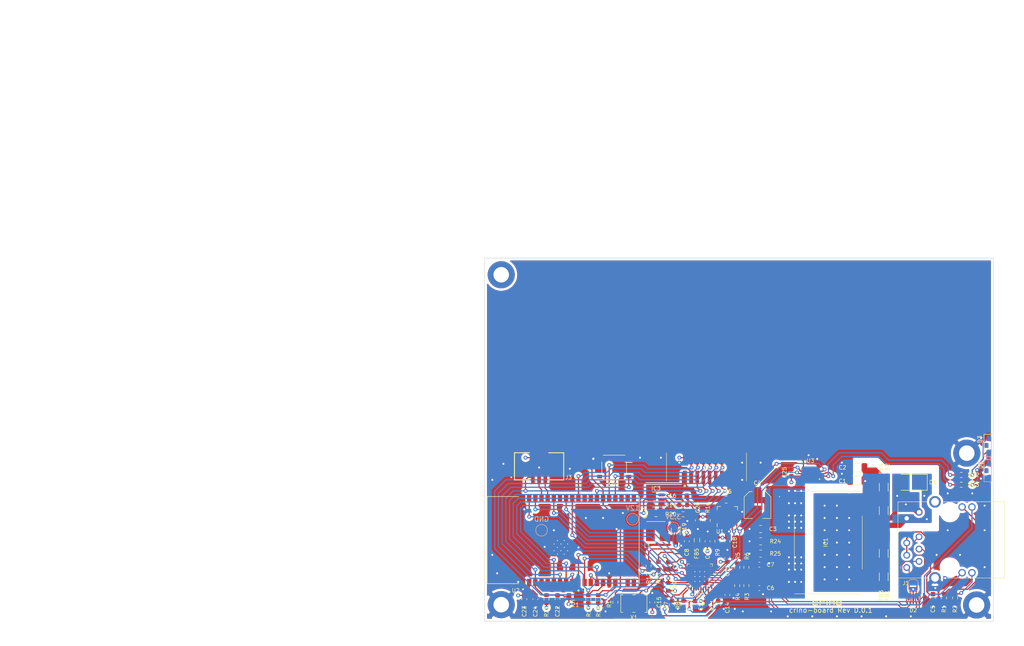
<source format=kicad_pcb>
(kicad_pcb (version 20211014) (generator pcbnew)
  (layers (0 "F.Cu" signal) (1 "In1.Cu" signal) (2 "In2.Cu" signal) (31 "B.Cu" signal) (34 "B.Paste" user) (35 "F.Paste" user) (36 "B.SilkS" user "B.Silkscreen") (37 "F.SilkS" user "F.Silkscreen") (38 "B.Mask" user) (39 "F.Mask" user) (44 "Edge.Cuts" user))
  (net 0 "")
  (net 1 "Net-(C2-Pad1)")
  (net 2 "/mcu/ESP_EN")
  (net 3 "Net-(D5-Pad2)")
  (net 4 "/mcu/poe/+12V_INTERNAL")
  (net 5 "/mcu/+12V")
  (net 6 "/mcu/ethernet/TD-")
  (net 7 "/mcu/ethernet/TD+")
  (net 8 "/mcu/ethernet/RD-")
  (net 9 "/mcu/ethernet/RD+")
  (net 10 "/mcu/+3.3V")
  (net 11 "/mcu/GPIO0")
  (net 12 "/mcu/esp32/TXD0")
  (net 13 "/mcu/esp32/RXD0")
  (net 14 "/mcu/esp32/GPIO25_EMAC_RXD0(RMII)")
  (net 15 "/mcu/esp32/GPIO26_EMAC_RXD1(RMII)")
  (net 16 "/mcu/esp32/GPIO27_EMAC_RX_CRS_DV")
  (net 17 "/mcu/esp32/GPIO18_MDIO(RMII)")
  (net 18 "/mcu/GPIO32")
  (net 19 "/mcu/GND")
  (net 20 "/mcu/GPIO13_I2C_SDA")
  (net 21 "/mcu/esp32/GPIO23_MDC(RMII)")
  (net 22 "/mcu/esp32/GPIO21_EMAC_TX_EN(RMII)")
  (net 23 "/mcu/esp32/GPIO19_EMAC_TXD0(RMII)")
  (net 24 "/mcu/esp32/GPIO22_EMAC_TXD1(RMII)")
  (net 25 "/mcu/GPIO2")
  (net 26 "/mcu/GPIO14")
  (net 27 "Net-(FB2-Pad2)")
  (net 28 "/mcu/GPI35")
  (net 29 "/mcu/GPI34")
  (net 30 "/mcu/GPIO15")
  (net 34 "/mcu/ethernet/V-")
  (net 35 "/mcu/ethernet/V+")
  (net 36 "/mcu/GPIO12_I2C_SCL")
  (net 37 "/mcu/GPIO33")
  (net 38 "Net-(C1-Pad1)")
  (net 39 "Net-(C6-Pad1)")
  (net 40 "Net-(C7-Pad1)")
  (net 41 "Net-(C5-Pad1)")
  (net 42 "Net-(C14-Pad1)")
  (net 43 "Net-(C13-Pad1)")
  (net 44 "Net-(C17-Pad1)")
  (net 45 "Net-(C17-Pad2)")
  (net 46 "Net-(D3-Pad2)")
  (net 47 "Net-(FB1-Pad2)")
  (net 49 "Net-(IC2-Pad1)")
  (net 50 "Net-(IC2-Pad8)")
  (net 51 "Net-(IC2-Pad9)")
  (net 52 "Net-(IC2-Pad10)")
  (net 59 "Net-(IC2-Pad24)")
  (net 60 "Net-(IC2-Pad25)")
  (net 63 "Net-(IC3-Pad3)")
  (net 74 "Net-(J1-Pad12)")
  (net 75 "Net-(J1-Pad13)")
  (net 76 "/mcu/ethernet/AVDD")
  (net 80 "Net-(R16-Pad1)")
  (net 81 "Net-(R14-Pad1)")
  (net 82 "Net-(D2-Pad12)")
  (net 83 "/mcu/MH")
  (net 84 "/mcu/io/LED1")
  (net 85 "/mcu/io/LED2")
  (net 86 "/mcu/GPIO4")
  (net 87 "/mcu/GPIO5")
  (net 88 "/mcu/I2C_GPIO1")
  (net 89 "/mcu/I2C_GPIO2")
  (footprint "Capacitor_SMD:C_0603_1608Metric" (layer "F.Cu") (at 140.97 102.108)
    (fp_text reference "C16")
    (fp_text value "4.7u")
  )
  (footprint "Capacitor_SMD:C_0805_2012Metric" (layer "F.Cu") (at 135.382 105.664 180)
    (fp_text reference "C17")
    (fp_text value "100n")
  )
  (footprint "Capacitor_SMD:C_1206_3216Metric" (layer "F.Cu") (at 139.446 109.474 90)
    (fp_text reference "C19")
    (fp_text value "22u")
  )
  (footprint "Capacitor_SMD:C_0603_1608Metric" (layer "F.Cu") (at 108.204 123.444 -90)
    (fp_text reference "C23")
    (fp_text value "22u")
  )
  (footprint "Capacitor_SMD:C_0603_1608Metric" (layer "F.Cu") (at 110.49 123.444 -90)
    (fp_text reference "C24")
    (fp_text value "100n")
  )
  (footprint "Capacitor_SMD:C_0603_1608Metric" (layer "F.Cu") (at 192.532 123.19 -90)
    (fp_text reference "C5")
    (fp_text value "22p")
  )
  (footprint "general:LED_3210Metric_Right_Angle" (layer "F.Cu") (at 203.708 91.567 -90)
    (fp_text reference "D3")
    (fp_text value "LED_GREEN")
  )
  (footprint "general:LED_3210Metric_Right_Angle" (layer "F.Cu") (at 203.708 96.774 -90)
    (fp_text reference "D5")
    (fp_text value "LED_BLUE")
  )
  (footprint "general:L_4.2x4.2_H2" (layer "F.Cu") (at 135.382 109.474 180)
    (fp_text reference "L1")
    (fp_text value "4.7u")
  )
  (footprint "Resistor_SMD:R_0805_2012Metric" (layer "F.Cu") (at 149.86 102.87)
    (fp_text reference "R15")
    (fp_text value "0.68")
  )
  (footprint "Resistor_SMD:R_0603_1608Metric" (layer "F.Cu") (at 140.97 105.918 180)
    (fp_text reference "R20")
    (fp_text value "22.1k")
  )
  (footprint "Resistor_SMD:R_0603_1608Metric" (layer "F.Cu") (at 140.97 104.013 180)
    (fp_text reference "R19")
    (fp_text value "100k")
  )
  (footprint "Resistor_SMD:R_0603_1608Metric" (layer "F.Cu") (at 198.374 97.79)
    (fp_text reference "R22")
    (fp_text value "100")
  )
  (footprint "Resistor_SMD:R_0603_1608Metric" (layer "F.Cu") (at 198.374 99.822)
    (fp_text reference "R23")
    (fp_text value "100")
  )
  (footprint "Resistor_SMD:R_0603_1608Metric" (layer "F.Cu") (at 148.209 124.62 90)
    (fp_text reference "R11")
    (fp_text value "2.49k")
  )
  (footprint "general:SW_TS-1187A-B-A-B" (layer "F.Cu") (at 126.746 96.266)
    (fp_text reference "SW1")
    (fp_text value "SW_Push")
  )
  (footprint "Capacitor_SMD:C_0603_1608Metric" (layer "F.Cu") (at 150.114 111.519 -90)
    (fp_text reference "C18")
    (fp_text value "100n")
  )
  (footprint "Capacitor_SMD:C_0603_1608Metric" (layer "F.Cu") (at 144.018 107.175 -90)
    (fp_text reference "C20")
    (fp_text value "100n")
  )
  (footprint "Resistor_SMD:R_0603_1608Metric" (layer "F.Cu") (at 121.412 123.444 -90)
    (fp_text reference "R17")
    (fp_text value "5.6k")
  )
  (footprint "Resistor_SMD:R_0603_1608Metric" (layer "F.Cu") (at 123.444 123.444 -90)
    (fp_text reference "R18")
    (fp_text value "5.6k")
  )
  (footprint "Package_TO_SOT_SMD:SOT-23-6" (layer "F.Cu") (at 135.382 102.87 180)
    (fp_text reference "IC3")
    (fp_text value "SY8120B1ABC")
  )
  (footprint "Resistor_SMD:R_0603_1608Metric" (layer "F.Cu") (at 146.05 107.188 90)
    (fp_text reference "R16")
    (fp_text value "2.2k")
  )
  (footprint "general:ESP32-WROVER-E-N4R8" (layer "F.Cu") (at 116.205 111.252 90)
    (fp_text reference "U2")
    (fp_text value "ESP32-WROVER-E-N4R8")
  )
  (footprint "Capacitor_SMD:C_0603_1608Metric" (layer "F.Cu") (at 115.062 123.444 -90)
    (fp_text reference "C22")
    (fp_text value "1u")
  )
  (footprint "Resistor_SMD:R_0603_1608Metric" (layer "F.Cu") (at 112.776 123.444 90)
    (fp_text reference "R21")
    (fp_text value "10k")
  )
  (footprint "Capacitor_SMD:C_0805_2012Metric" (layer "F.Cu") (at 118.364 122.936)
    (fp_text reference "C21")
    (fp_text value "100n")
  )
  (footprint "Resistor_SMD:R_0603_1608Metric" (layer "F.Cu") (at 152.146 116.873 90)
    (fp_text reference "R5")
    (fp_text value "49.9")
  )
  (footprint "Capacitor_SMD:C_0603_1608Metric" (layer "F.Cu") (at 163.32 97.282 90)
    (fp_text reference "C25")
    (fp_text value "100n")
  )
  (footprint "Resistor_SMD:R_0603_1608Metric" (layer "F.Cu") (at 137.922 120.904 90)
    (fp_text reference "R10")
    (fp_text value "4.7k")
  )
  (footprint "MountingHole:MountingHole_3.2mm_M3_DIN965_Pad" (layer "F.Cu") (at 103.4415 56.4515)
    (fp_text reference "H4" hide)
    (fp_text value "MountingHole_Pad")
  )
  (footprint "Capacitor_SMD:CP_Elec_5x5.4" (layer "F.Cu") (at 156.337 104.013 -90)
    (fp_text reference "C4")
    (fp_text value "100u")
  )
  (footprint "Inductor_SMD:L_0805_2012Metric" (layer "F.Cu") (at 143.8445 111.252 -90)
    (fp_text reference "FB5")
    (fp_text value "FerriteBead")
  )
  (footprint "Capacitor_SMD:C_0603_1608Metric" (layer "F.Cu") (at 141.732 111.506 -90)
    (fp_text reference "C8")
    (fp_text value "47u")
  )
  (footprint "Capacitor_SMD:C_0603_1608Metric" (layer "F.Cu") (at 146.014333 111.493 90)
    (fp_text reference "C10")
    (fp_text value "47u")
  )
  (footprint "Capacitor_SMD:C_1206_3216Metric" (layer "F.Cu") (at 176.911 98.933 180)
    (fp_text reference "C1")
    (fp_text value "4.7n")
  )
  (footprint "Package_DFN_QFN:QFN-32-1EP_5x5mm_P0.5mm_EP3.6x3.6mm_ThermalVias" (layer "F.Cu") (at 144.412 118.778 180)
    (fp_text reference "IC2")
    (fp_text value "RTL8201F-VB-CG")
  )
  (footprint "Capacitor_SMD:C_0603_1608Metric" (layer "F.Cu") (at 134.62 124.112 90)
    (fp_text reference "C15")
    (fp_text value "100n")
  )
  (footprint "Diode_SMD:D_SMA" (layer "F.Cu") (at 187.96 99.314 180)
    (fp_text reference "D1")
    (fp_text value "D_Schottky")
  )
  (footprint "general:SAMTEC_SHF-103-01-L-D-SM" (layer "F.Cu") (at 111.252 96.266)
    (fp_text reference "J3")
    (fp_text value "SHF-103-01-L-D-SM")
  )
  (footprint "Resistor_SMD:R_0603_1608Metric" (layer "F.Cu") (at 152.146 120.658 -90)
    (fp_text reference "R4")
    (fp_text value "49.9")
  )
  (footprint "Capacitor_SMD:C_0603_1608Metric" (layer "F.Cu") (at 156.718 116.332)
    (fp_text reference "C7")
    (fp_text value "100n")
  )
  (footprint "Capacitor_SMD:C_0603_1608Metric" (layer "F.Cu") (at 145.82775 124.607 -90)
    (fp_text reference "C12")
    (fp_text value "100n")
  )
  (footprint "Resistor_SMD:R_0603_1608Metric" (layer "F.Cu") (at 138.684 124.62 -90)
    (fp_text reference "R7")
    (fp_text value "4.7k")
  )
  (footprint "MountingHole:MountingHole_3.2mm_M3_DIN965_Pad" (layer "F.Cu") (at 103.4415 124.587)
    (fp_text reference "H2" hide)
    (fp_text value "MountingHole_Pad")
  )
  (footprint "Package_DFN_QFN:UQFN-16-1EP_4x4mm_P0.65mm_EP2.6x2.6mm" (layer "F.Cu") (at 150.114 106.426 90)
    (fp_text reference "U1")
    (fp_text value "PAC1932T-I/JQ")
  )
  (footprint "general:SHF-108-01-X-D-SM" (layer "F.Cu") (at 145.796 96.266)
    (fp_text reference "J2")
    (fp_text value "SHF-108-01-L-D-SM" hide)
  )
  (footprint "Inductor_SMD:L_1206_3216Metric" (layer "F.Cu") (at 182.372 105.1558 90)
    (fp_text reference "FB2")
    (fp_text value "FerriteBead")
  )
  (footprint "Capacitor_SMD:C_0603_1608Metric" (layer "F.Cu") (at 137.922 116.586 -90)
    (fp_text reference "C9")
    (fp_text value "100n")
  )
  (footprint "Capacitor_SMD:C_0603_1608Metric" (layer "F.Cu") (at 156.718 121.158)
    (fp_text reference "C6")
    (fp_text value "100n")
  )
  (footprint "MountingHole:MountingHole_3.2mm_M3_DIN965_Pad" (layer "F.Cu") (at 199.517 93.2942)
    (fp_text reference "H3" hide)
    (fp_text value "MountingHole_Pad")
  )
  (footprint "Inductor_SMD:L_1206_3216Metric" (layer "F.Cu") (at 182.372 113.995 -90)
    (fp_text reference "FB1")
    (fp_text value "FerriteBead")
  )
  (footprint "Capacitor_SMD:C_0805_2012Metric" (layer "F.Cu") (at 156.972 108.966 180)
    (fp_text reference "C3")
    (fp_text value "10u")
  )
  (footprint "Resistor_SMD:R_0603_1608Metric" (layer "F.Cu") (at 194.818 123.19 90)
    (fp_text reference "R1")
    (fp_text value "270")
  )
  (footprint "Resistor_SMD:R_0603_1608Metric" (layer "F.Cu") (at 197.104 123.19 90)
    (fp_text reference "R2")
    (fp_text value "270")
  )
  (footprint "Inductor_SMD:L_1206_3216Metric" (layer "F.Cu") (at 182.372 118.821 -90)
    (fp_text reference "FB3")
    (fp_text value "FerriteBead")
  )
  (footprint "Resistor_SMD:R_0805_2012Metric" (layer "F.Cu") (at 156.972 111.506 180)
    (fp_text reference "R24")
    (fp_text value "750")
  )
  (footprint "Resistor_SMD:R_0603_1608Metric" (layer "F.Cu") (at 127 124.079 90)
    (fp_text reference "R14")
    (fp_text value "0")
  )
  (footprint "Resistor_SMD:R_0603_1608Metric" (layer "F.Cu") (at 148.064166 111.506 -90)
    (fp_text reference "R9")
    (fp_text value "4.7k")
  )
  (footprint "Capacitor_SMD:C_0603_1608Metric" (layer "F.Cu") (at 150.114 114.968 90)
    (fp_text reference "C11")
    (fp_text value "100n")
  )
  (footprint "Resistor_SMD:R_0603_1608Metric" (layer "F.Cu") (at 141.06525 124.62 -90)
    (fp_text reference "R8")
    (fp_text value "4.7k")
  )
  (footprint "general:AG9912M" (layer "F.Cu") (at 170.942 111.76 -90)
    (fp_text reference "IC1")
    (fp_text value "AG9912M" hide)
  )
  (footprint "Oscillator:Oscillator_SMD_SeikoEpson_SG8002LB-4Pin_5.0x3.2mm" (layer "F.Cu") (at 130.81 124.366 180)
    (fp_text reference "X1")
    (fp_text value "SG-5032CCN")
  )
  (footprint "MountingHole:MountingHole_3.2mm_M3_DIN965_Pad" (layer "F.Cu") (at 201.549 124.6505)
    (fp_text reference "H1" hide)
    (fp_text value "MountingHole_Pad")
  )
  (footprint "Resistor_SMD:R_0805_2012Metric" (layer "F.Cu") (at 156.972 114.046 180)
    (fp_text reference "R25")
    (fp_text value "750")
  )
  (footprint "Resistor_SMD:R_0603_1608Metric" (layer "F.Cu") (at 135.89 116.586 -90)
    (fp_text reference "R13")
    (fp_text value "0")
  )
  (footprint "Capacitor_SMD:C_0603_1608Metric" (layer "F.Cu") (at 150.114 122.588 -90)
    (fp_text reference "C14")
    (fp_text value "100n")
  )
  (footprint "Resistor_SMD:R_0603_1608Metric" (layer "F.Cu") (at 154.038 120.65 -90)
    (fp_text reference "R3")
    (fp_text value "49.9")
  )
  (footprint "general:SON50P300X300X100-9N-D" (layer "F.Cu") (at 167.259 97.282 180)
    (fp_text reference "U3")
    (fp_text value "PCA9536TK" hide)
  )
  (footprint "Resistor_SMD:R_0603_1608Metric" (layer "F.Cu") (at 154.038 116.873 90)
    (fp_text reference "R6")
    (fp_text value "49.9")
  )
  (footprint "Resistor_SMD:R_0603_1608Metric" (layer "F.Cu") (at 133.858 116.586 -90)
    (fp_text reference "R12")
    (fp_text value "0")
  )
  (footprint "Capacitor_SMD:C_1206_3216Metric" (layer "F.Cu") (at 176.911 96.266 180)
    (fp_text reference "C2")
    (fp_text value "4.7n")
  )
  (footprint "general:crino_logo" (layer "F.Cu") (at 170.688 124.206)
    (fp_text reference "H5" hide)
    (fp_text value "CrinoLogo" hide)
  )
  (footprint "general:RCLAMP3374NTCT" (layer "F.Cu") (at 188.468 123.19 180)
    (fp_text reference "D2")
    (fp_text value "RCLAMP3374N.TCT" hide)
  )
  (footprint "Capacitor_SMD:C_0603_1608Metric" (layer "F.Cu") (at 143.4465 124.62 -90)
    (fp_text reference "C13")
    (fp_text value "100n")
  )
  (footprint "general:JXD10009NL" (layer "F.Cu") (at 196.0002 111.0912)
    (fp_text reference "J1")
    (fp_text value "JXD1-0009NL" hide)
  )
  (footprint "Inductor_SMD:L_1206_3216Metric" (layer "F.Cu") (at 182.372 100.3298 90)
    (fp_text reference "FB4")
    (fp_text value "FerriteBead")
  )
  (footprint "TestPoint:TestPoint_Pad_D2.0mm" (layer "B.Cu") (at 130.556 106.934)
    (fp_text reference "TP1" hide)
    (fp_text value "12V")
  )
  (footprint "TestPoint:TestPoint_Pad_D2.0mm" (layer "B.Cu") (at 111.76 109.22)
    (fp_text reference "TP3" hide)
    (fp_text value "GND")
  )
  (footprint "TestPoint:TestPoint_Pad_D2.0mm" (layer "B.Cu") (at 138.938 108.712)
    (fp_text reference "TP2" hide)
    (fp_text value "3.3V")
  )
  (footprint "general:LED_3210Metric_Right_Angle" (layer "B.Cu") (at 203.708 97.028 90)
    (fp_text reference "D6")
    (fp_text value "LED_BLUE")
  )
  (footprint "general:LED_3210Metric_Right_Angle" (layer "B.Cu") (at 203.708 91.821 90)
    (fp_text reference "D4")
    (fp_text value "LED_GREEN")
  )
  (footprint "Jumper:SolderJumper-2_P1.3mm_Open_RoundedPad1.0x1.5mm" (layer "B.Cu") (at 188.468 120.777 90)
    (fp_text reference "JP1" hide)
    (fp_text value "SolderJumper_2_Open")
  )
  (gr_line (start 205 128) (end 100 128) (layer "Edge.Cuts") (width 0.1))
  (gr_line (start 100 128) (end 100 53) (layer "Edge.Cuts") (width 0.1))
  (gr_line (start 100 53) (end 205 53) (layer "Edge.Cuts") (width 0.1))
  (gr_line (start 205 53) (end 205 128) (layer "Edge.Cuts") (width 0.1))
  (gr_text "crino-board Rev D.0.1" (at 171.45 125.73) (layer "F.SilkS") (effects (font (size 1 1))))
  (segment (start 115.062 122.669) (end 116.192 122.669) (width 0.25) (layer "F.Cu") (net 2))
  (segment (start 112.102 122.619) (end 112.776 122.619) (width 0.25) (layer "F.Cu") (net 2))
  (segment (start 110.49 117.348) (end 110.485 117.353) (width 0.25) (layer "F.Cu") (net 2))
  (segment (start 117.414 122.936) (end 116.459 122.936) (width 0.25) (layer "F.Cu") (net 2))
  (segment (start 117.414 124.394) (end 117.348 124.46) (width 0.25) (layer "F.Cu") (net 2))
  (segment (start 110.485 117.353) (end 110.485 120.002) (width 0.25) (layer "F.Cu") (net 2))
  (segment (start 129.746 100.282) (end 129.794 100.33) (width 0.25) (layer "F.Cu") (net 2))
  (segment (start 110.485 120.002) (end 110.485 121.002) (width 0.25) (layer "F.Cu") (net 2))
  (segment (start 112.776 122.619) (end 115.012 122.619) (width 0.25) (layer "F.Cu") (net 2))
  (segment (start 116.192 122.669) (end 116.459 122.936) (width 0.25) (layer "F.Cu") (net 2))
  (segment (start 134.366 120.65) (end 136.652 118.364) (width 0.25) (layer "F.Cu") (net 2))
  (segment (start 132.08 122.174) (end 132.588 121.666) (width 0.25) (layer "F.Cu") (net 2))
  (segment (start 108.9655 98.2985) (end 108.458 98.806) (width 0.25) (layer "F.Cu") (net 2))
  (segment (start 133.35 121.666) (end 134.366 120.65) (width 0.25) (layer "F.Cu") (net 2))
  (segment (start 117.414 122.936) (end 117.414 124.394) (width 0.25) (layer "F.Cu") (net 2))
  (segment (start 129.746 98.141) (end 129.746 100.282) (width 0.25) (layer "F.Cu") (net 2))
  (segment (start 140.458 119.028) (end 141.962 119.028) (width 0.25) (layer "F.Cu") (net 2))
  (segment (start 132.588 121.666) (end 133.35 121.666) (width 0.25) (layer "F.Cu") (net 2))
  (segment (start 132.08 123.266) (end 132.08 122.174) (width 0.25) (layer "F.Cu") (net 2))
  (segment (start 110.485 121.002) (end 112.102 122.619) (width 0.25) (layer "F.Cu") (net 2))
  (segment (start 109.982 98.2985) (end 108.9655 98.2985) (width 0.25) (layer "F.Cu") (net 2))
  (segment (start 139.794 118.364) (end 140.458 119.028) (width 0.25) (layer "F.Cu") (net 2))
  (segment (start 108.458 98.806) (end 108.458 101.092) (width 0.25) (layer "F.Cu") (net 2))
  (segment (start 136.652 118.364) (end 139.794 118.364) (width 0.25) (layer "F.Cu") (net 2))
  (via (at 110.49 117.348) (size 0.8) (drill 0.4) (layers "F.Cu" "B.Cu") (net 2))
  (via (at 133.35 121.666) (size 0.8) (drill 0.4) (layers "F.Cu" "B.Cu") (net 2))
  (via (at 117.348 124.46) (size 0.8) (drill 0.4) (layers "F.Cu" "B.Cu") (net 2))
  (via (at 108.458 101.092) (size 0.8) (drill 0.4) (layers "F.Cu" "B.Cu") (net 2))
  (via (at 129.794 100.33) (size 0.8) (drill 0.4) (layers "F.Cu" "B.Cu") (net 2))
  (segment (start 105.918 101.092) (end 108.458 101.092) (width 0.25) (layer "B.Cu") (net 2))
  (segment (start 110.49 117.348) (end 110.236 117.348) (width 0.25) (layer "B.Cu") (net 2))
  (segment (start 127 121.666) (end 124.206 124.46) (width 0.25) (layer "B.Cu") (net 2))
  (segment (start 127 121.666) (end 133.35 121.666) (width 0.25) (layer "B.Cu") (net 2))
  (segment (start 124.206 124.46) (end 117.348 124.46) (width 0.25) (layer "B.Cu") (net 2))
  (segment (start 121.92 101.092) (end 122.682 100.33) (width 0.25) (layer "B.Cu") (net 2))
  (segment (start 122.682 100.33) (end 129.794 100.33) (width 0.25) (layer "B.Cu") (net 2))
  (segment (start 108.458 101.092) (end 121.92 101.092) (width 0.25) (layer "B.Cu") (net 2))
  (segment (start 110.236 117.348) (end 104.394 111.506) (width 0.25) (layer "B.Cu") (net 2))
  (segment (start 104.394 102.616) (end 105.918 101.092) (width 0.25) (layer "B.Cu") (net 2))
  (segment (start 104.394 111.506) (end 104.394 102.616) (width 0.25) (layer "B.Cu") (net 2))
  (segment (start 203.454 99.822) (end 200.66 99.822) (width 0.25) (layer "F.Cu") (net 3))
  (segment (start 204.089 99.187) (end 203.454 99.822) (width 0.25) (layer "F.Cu") (net 3))
  (segment (start 204.089 98.401) (end 204.089 99.187) (width 0.25) (layer "F.Cu") (net 3))
  (segment (start 199.199 99.822) (end 200.66 99.822) (width 0.25) (layer "F.Cu") (net 3))
  (via (at 200.66 99.822) (size 0.8) (drill 0.4) (layers "F.Cu" "B.Cu") (net 3))
  (segment (start 202.842631 96.877369) (end 202.842631 96.416631) (width 0.25) (layer "B.Cu") (net 3))
  (segment (start 203.858262 95.401) (end 202.842631 96.416631) (width 0.25) (layer "B.Cu") (net 3))
  (segment (start 201.753 97.967) (end 202.842631 96.877369) (width 0.25) (layer "B.Cu") (net 3))
  (segment (start 200.66 99.822) (end 201.753 98.729) (width 0.25) (layer "B.Cu") (net 3))
  (segment (start 201.753 98.729) (end 201.753 97.967) (width 0.25) (layer "B.Cu") (net 3))
  (segment (start 204.089 95.401) (end 203.858262 95.401) (width 0.25) (layer "B.Cu") (net 3))
  (segment (start 149.789 104.4885) (end 149.789 103.8535) (width 0.25) (layer "F.Cu") (net 4))
  (segment (start 175.055 99.314) (end 175.436 98.933) (width 0.25) (layer "F.Cu") (net 4))
  (segment (start 165.354 99.822) (end 165.862 99.314) (width 0.25) (layer "F.Cu") (net 4))
  (segment (start 165.354 101.092) (end 165.354 99.822) (width 0.25) (layer "F.Cu") (net 4))
  (segment (start 165.862 99.314) (end 175.055 99.314) (width 0.25) (layer "F.Cu") (net 4))
  (segment (start 149.789 103.8535) (end 150.7725 102.87) (width 0.25) (layer "F.Cu") (net 4))
  (via (at 165.354 106.172) (size 0.8) (drill 0.4) (layers "F.Cu" "B.Cu") (net 4))
  (via (at 165.354 108.712) (size 0.8) (drill 0.4) (layers "F.Cu" "B.Cu") (net 4))
  (via (at 165.354 103.632) (size 0.8) (drill 0.4) (layers "F.Cu" "B.Cu") (net 4))
  (via (at 164.084 108.712) (size 0.8) (drill 0.4) (layers "F.Cu" "B.Cu") (net 4))
  (via (at 164.084 107.442) (size 0.8) (drill 0.4) (layers "F.Cu" "B.Cu") (net 4))
  (via (at 164.084 106.172) (size 0.8) (drill 0.4) (layers "F.Cu" "B.Cu") (net 4))
  (via (at 162.814 106.172) (size 0.8) (drill 0.4) (layers "F.Cu" "B.Cu") (net 4))
  (via (at 162.814 101.092) (size 0.8) (drill 0.4) (layers "F.Cu" "B.Cu") (net 4))
  (via (at 165.354 107.442) (size 0.8) (drill 0.4) (layers "F.Cu" "B.Cu") (net 4))
  (via (at 162.814 107.442) (size 0.8) (drill 0.4) (layers "F.Cu" "B.Cu") (net 4))
  (via (at 162.814 108.712) (size 0.8) (drill 0.4) (layers "F.Cu" "B.Cu") (net 4))
  (via (at 164.084 101.092) (size 0.8) (drill 0.4) (layers "F.Cu" "B.Cu") (net 4))
  (via (at 165.354 101.092) (size 0.8) (drill 0.4) (layers "F.Cu" "B.Cu") (net 4))
  (via (at 162.814 103.632) (size 0.8) (drill 0.4) (layers "F.Cu" "B.Cu") (net 4))
  (via (at 164.084 103.632) (size 0.8) (drill 0.4) (layers "F.Cu" "B.Cu") (net 4))
  (segment (start 149.139 104.4885) (end 149.139 103.0615) (width 0.25) (layer "F.Cu") (net 5))
  (segment (start 134.2445 102.87) (end 133.096 102.87) (width 0.25) (layer "F.Cu") (net 5))
  (segment (start 133.096 102.87) (end 132.842 103.124) (width 0.25) (layer "F.Cu") (net 5))
  (segment (start 132.842 103.124) (end 132.842 105.664) (width 0.25) (layer "F.Cu") (net 5))
  (via (at 132.842 105.664) (size 0.8) (drill 0.4) (layers "F.Cu" "B.Cu") (net 5))
  (segment (start 131.826 105.664) (end 132.842 105.664) (width 0.25) (layer "B.Cu") (net 5))
  (segment (start 130.556 106.934) (end 131.826 105.664) (width 0.25) (layer "B.Cu") (net 5))
  (segment (start 189.1665 114.3635) (end 190.3095 114.3635) (width 0.2) (layer "F.Cu") (net 6))
  (segment (start 148.726 119.028) (end 146.862 119.028) (width 0.2) (layer "F.Cu") (net 6))
  (segment (start 189.118 121.524) (end 189.23 121.412) (width 0.2) (layer "F.Cu") (net 6))
  (segment (start 159.258 123.952) (end 161.036 125.73) (width 0.2) (layer "F.Cu") (net 6))
  (segment (start 190.783 114.837) (end 190.783 116.557) (width 0.2) (layer "F.Cu") (net 6))
  (segment (start 189.23 121.412) (end 189.23 118.11) (width 0.2) (layer "F.Cu") (net 6))
  (segment (start 188.468 113.665) (end 189.1665 114.3635) (width 0.2) (layer "F.Cu") (net 6))
  (segment (start 189.118 125.11) (end 189.118 124.18) (width 0.2) (layer "F.Cu") (net 6))
  (segment (start 190.783 116.557) (end 189.23 118.11) (width 0.2) (layer "F.Cu") (net 6))
  (segment (start 152.661 119.133) (end 154.425 119.133) (width 0.2) (layer "F.Cu") (net 6))
  (segment (start 155.067 119.38) (end 158.496 119.38) (width 0.2) (layer "F.Cu") (net 6))
  (segment (start 152.146 119.833) (end 152.146 119.648) (width 0.2) (layer "F.Cu") (net 6))
  (segment (start 161.036 125.73) (end 188.468 125.73) (width 0.2) (layer "F.Cu") (net 6))
  (segment (start 152.146 119.833) (end 149.531 119.833) (width 0.2) (layer "F.Cu") (net 6))
  (segment (start 149.531 119.833) (end 148.726 119.028) (width 0.2) (layer "F.Cu") (net 6))
  (segment (start 188.468 111.7644) (end 188.468 113.665) (width 0.2) (layer "F.Cu") (net 6))
  (segment (start 188.928 122.39) (end 188.928 123.99) (width 0.2) (layer "F.Cu") (net 6))
  (segment (start 189.6662 110.5662) (end 188.468 111.7644) (width 0.2) (layer "F.Cu") (net 6))
  (segment (start 152.146 119.648) (end 152.661 119.133) (width 0.2) (layer "F.Cu") (net 6))
  (segment (start 159.258 120.142) (end 159.258 123.952) (width 0.2) (layer "F.Cu") (net 6))
  (segment (start 189.088 125.11) (end 189.118 125.11) (width 0.2) (layer "F.Cu") (net 6))
  (segment (start 154.432 119.126) (end 154.813 119.126) (width 0.2) (layer "F.Cu") (net 6))
  (segment (start 188.468 125.73) (end 189.088 125.11) (width 0.2) (layer "F.Cu") (net 6))
  (segment (start 189.118 122.2) (end 189.118 121.524) (width 0.2) (layer "F.Cu") (net 6))
  (segment (start 189.118 122.2) (end 188.928 122.39) (width 0.2) (layer "F.Cu") (net 6))
  (segment (start 154.813 119.126) (end 155.067 119.38) (width 0.2) (layer "F.Cu") (net 6))
  (segment (start 158.496 119.38) (end 159.258 120.142) (width 0.2) (layer "F.Cu") (net 6))
  (segment (start 188.928 123.99) (end 189.118 124.18) (width 0.2) (layer "F.Cu") (net 6))
  (segment (start 190.3095 114.3635) (end 190.783 114.837) (width 0.2) (layer "F.Cu") (net 6))
  (segment (start 154.425 119.133) (end 154.432 119.126) (width 0.2) (layer "F.Cu") (net 6))
  (segment (start 158.187 119.833) (end 153.543 119.833) (width 0.2) (layer "F.Cu") (net 7))
  (segment (start 189.878 122.36) (end 189.878 124.02) (width 0.2) (layer "F.Cu") (net 7))
  (segment (start 149.665314 120.533) (end 152.843 120.533) (width 0.2) (layer "F.Cu") (net 7))
  (segment (start 189.878 124.02) (end 189.718 124.18) (width 0.2) (layer "F.Cu") (net 7))
  (segment (start 189.992 121.666) (end 189.992 118.618) (width 0.2) (layer "F.Cu") (net 7))
  (segment (start 158.75 120.396) (end 158.187 119.833) (width 0.2) (layer "F.Cu") (net 7))
  (segment (start 189.718 122.2) (end 189.878 122.36) (width 0.2) (layer "F.Cu") (net 7))
  (segment (start 189.718 124.18) (end 189.718 125.242) (width 0.2) (layer "F.Cu") (net 7))
  (segment (start 188.722 126.238) (end 160.782 126.238) (width 0.2) (layer "F.Cu") (net 7))
  (segment (start 148.660314 119.528) (end 149.665314 120.533) (width 0.2) (layer "F.Cu") (net 7))
  (segment (start 189.718 122.2) (end 189.718 121.94) (width 0.2) (layer "F.Cu") (net 7))
  (segment (start 160.782 126.238) (end 158.75 124.206) (width 0.2) (layer "F.Cu") (net 7))
  (segment (start 189.718 125.242) (end 188.722 126.238) (width 0.2) (layer "F.Cu") (net 7))
  (segment (start 191.516 117.094) (end 191.516 114.3) (width 0.2) (layer "F.Cu") (net 7))
  (segment (start 191.516 114.3) (end 190.3222 113.1062) (width 0.2) (layer "F.Cu") (net 7))
  (segment (start 146.862 119.528) (end 148.660314 119.528) (width 0.2) (layer "F.Cu") (net 7))
  (segment (start 189.718 121.94) (end 189.992 121.666) (width 0.2) (layer "F.Cu") (net 7))
  (segment (start 152.843 120.533) (end 153.543 119.833) (width 0.2) (layer "F.Cu") (net 7))
  (segment (start 189.992 118.618) (end 191.516 117.094) (width 0.2) (layer "F.Cu") (net 7))
  (segment (start 190.3222 113.1062) (end 189.6662 113.1062) (width 0.2) (layer "F.Cu") (net 7))
  (segment (start 158.75 124.206) (end 158.75 120.396) (width 0.2) (layer "F.Cu") (net 7))
  (segment (start 149.690314 116.998) (end 152.843 116.998) (width 0.2) (layer "F.Cu") (net 8))
  (segment (start 186.944 124.714) (end 187.218 124.44) (width 0.2) (layer "F.Cu") (net 8))
  (segment (start 186.944 119.126) (end 186.944 121.666) (width 0.2) (layer "F.Cu") (net 8))
  (segment (start 186.1185 118.3005) (end 186.944 119.126) (width 0.2) (layer "F.Cu") (net 8))
  (segment (start 187.058 122.36) (end 187.058 124.02) (width 0.2) (layer "F.Cu") (net 8))
  (segment (start 160.37 117.698) (end 161.29 118.618) (width 0.2) (layer "F.Cu") (net 8))
  (segment (start 162.814 123.952) (end 185.42 123.952) (width 0.2) (layer "F.Cu") (net 8))
  (segment (start 187.218 122.2) (end 187.058 122.36) (width 0.2) (layer "F.Cu") (net 8))
  (segment (start 148.660314 118.028) (end 149.690314 116.998) (width 0.2) (layer "F.Cu") (net 8))
  (segment (start 161.29 122.428) (end 162.814 123.952) (width 0.2) (layer "F.Cu") (net 8))
  (segment (start 146.862 118.028) (end 148.660314 118.028) (width 0.2) (layer "F.Cu") (net 8))
  (segment (start 187.218 124.44) (end 187.218 124.18) (width 0.2) (layer "F.Cu") (net 8))
  (segment (start 161.29 118.618) (end 161.29 122.428) (width 0.2) (layer "F.Cu") (net 8))
  (segment (start 186.944 121.666) (end 187.218 121.94) (width 0.2) (layer "F.Cu") (net 8))
  (segment (start 152.843 116.998) (end 153.543 117.698) (width 0.2) (layer "F.Cu") (net 8))
  (segment (start 187.218 122.2) (end 187.218 121.94) (width 0.2) (layer "F.Cu") (net 8))
  (segment (start 187.058 124.02) (end 187.218 124.18) (width 0.2) (layer "F.Cu") (net 8))
  (segment (start 189.6662 115.6462) (end 186.8678 115.6462) (width 0.2) (layer "F.Cu") (net 8))
  (segment (start 186.182 124.714) (end 186.944 124.714) (width 0.2) (layer "F.Cu") (net 8))
  (segment (start 153.543 117.698) (end 160.37 117.698) (width 0.2) (layer "F.Cu") (net 8))
  (segment (start 185.42 123.952) (end 186.182 124.714) (width 0.2) (layer "F.Cu") (net 8))
  (segment (start 186.8678 115.6462) (end 186.1185 116.3955) (width 0.2) (layer "F.Cu") (net 8))
  (segment (start 186.1185 116.3955) (end 186.1185 118.3005) (width 0.2) (layer "F.Cu") (net 8))
  (segment (start 162.56 124.46) (end 160.782 122.682) (width 0.2) (layer "F.Cu") (net 9))
  (segment (start 187.818 124.602) (end 187.198 125.222) (width 0.2) (layer "F.Cu") (net 9))
  (segment (start 151.778 117.698) (end 149.556 117.698) (width 0.2) (layer "F.Cu") (net 9))
  (segment (start 187.818 124.18) (end 187.818 124.602) (width 0.2) (layer "F.Cu") (net 9))
  (segment (start 152.688 118.398) (end 152.146 117.856) (width 0.2) (layer "F.Cu") (net 9))
  (segment (start 152.146 117.698) (end 151.778 117.698) (width 0.2) (layer "F.Cu") (net 9))
  (segment (start 154.779 118.398) (end 152.688 118.398) (width 0.2) (layer "F.Cu") (net 9))
  (segment (start 160.782 118.872) (end 160.02 118.11) (width 0.2) (layer "F.Cu") (net 9))
  (segment (start 187.978 122.36) (end 187.978 124.02) (width 0.2) (layer "F.Cu") (net 9))
  (segment (start 187.198 125.222) (end 185.928 125.222) (width 0.2) (layer "F.Cu") (net 9))
  (segment (start 185.928 125.222) (end 185.166 124.46) (width 0.2) (layer "F.Cu") (net 9))
  (segment (start 155.067 118.11) (end 154.779 118.398) (width 0.2) (layer "F.Cu") (net 9))
  (segment (start 187.818 121.524) (end 187.632 121.338) (width 0.2) (layer "F.Cu") (net 9))
  (segment (start 160.782 122.682) (end 160.782 118.872) (width 0.2) (layer "F.Cu") (net 9))
  (segment (start 149.556 117.698) (end 148.726 118.528) (width 0.2) (layer "F.Cu") (net 9))
  (segment (start 187.818 122.2) (end 187.818 121.524) (width 0.2) (layer "F.Cu") (net 9))
  (segment (start 148.726 118.528) (end 146.862 118.528) (width 0.2) (layer "F.Cu") (net 9))
  (segment (start 187.632 117.422) (end 187.1262 116.9162) (width 0.2) (layer "F.Cu") (net 9))
  (segment (start 160.02 118.11) (end 155.067 118.11) (width 0.2) (layer "F.Cu") (net 9))
  (segment (start 187.818 122.2) (end 187.978 122.36) (width 0.2) (layer "F.Cu") (net 9))
  (segment (start 187.632 121.338) (end 187.632 117.422) (width 0.2) (layer "F.Cu") (net 9))
  (segment (start 185.166 124.46) (end 162.56 124.46) (width 0.2) (layer "F.Cu") (net 9))
  (segment (start 187.978 124.02) (end 187.818 124.18) (width 0.2) (layer "F.Cu") (net 9))
  (segment (start 152.146 117.856) (end 152.146 117.698) (width 0.2) (layer "F.Cu") (net 9))
  (segment (start 143.8445 110.1895) (end 142.2735 110.1895) (width 0.25) (layer "F.Cu") (net 10))
  (segment (start 137.922 115.811) (end 137.922 115.316) (width 0.25) (layer "F.Cu") (net 10))
  (segment (start 144.018 106.4) (end 145.008 106.4) (width 0.25) (layer "F.Cu") (net 10))
  (segment (start 110.49 122.669) (end 108.331 122.669) (width 0.25) (layer "F.Cu") (net 10))
  (segment (start 143.039 115.005) (end 143.662 115.628) (width 0.25) (layer "F.Cu") (net 10))
  (segment (start 133.812 124.887) (end 133.233 125.466) (width 0.25) (layer "F.Cu") (net 10))
  (segment (start 141.795 104.013) (end 142.494 104.013) (width 0.25) (layer "F.Cu") (net 10))
  (segment (start 109.215 121.394) (end 109.417 121.596) (width 0.25) (layer "F.Cu") (net 10))
  (segment (start 145.097 106.363) (end 145.034 106.426) (width 0.25) (layer "F.Cu") (net 10))
  (segment (start 145.008 106.4) (end 145.034 106.426) (width 0.25) (layer "F.Cu") (net 10))
  (segment (start 108.4585 94.2335) (end 108.458 94.234) (width 0.25) (layer "F.Cu") (net 10))
  (segment (start 123.444 124.269) (end 123.444 125.222) (width 0.25) (layer "F.Cu") (net 10))
  (segment (start 134.62 124.887) (end 134.62 126.144) (width 0.25) (layer "F.Cu") (net 10))
  (segment (start 139.446 110.949) (end 139.446 109.728) (width 0.25) (layer "F.Cu") (net 10))
  (segment (start 148.082 110.681) (end 149.035 110.681) (width 0.25) (layer "F.Cu") (net 10))
  (segment (start 163.32 98.057) (end 163.32 99.312) (width 0.25) (layer "F.Cu") (net 10))
  (segment (start 149.7605 108.392) (end 149.789 108.3635) (width 0.25) (layer "F.Cu") (net 10))
  (segment (start 148.1765 106.751) (end 146.438 106.751) (width 0.25) (layer "F.Cu") (net 10))
  (segment (start 163.32 99.312) (end 163.322 99.314) (width 0.25) (layer "F.Cu") (net 10))
  (segment (start 109.912 121.596) (end 109.417 121.596) (width 0.25) (layer "F.Cu") (net 10))
  (segment (start 139.446 109.728) (end 140.2715 108.9025) (width 0.25) (layer "F.Cu") (net 10))
  (segment (start 143.002 107.696) (end 143.002 104.521) (width 0.25) (layer "F.Cu") (net 10))
  (segment (start 108.1975 122.669) (end 106.9405 122.669) (width 0.25) (layer "F.Cu") (net 10))
  (segment (start 137.922 115.316) (end 137.16 114.554) (width 0.25) (layer "F.Cu") (net 10))
  (segment (start 139.446 110.949) (end 139.446 112.295) (width 1) (layer "F.Cu") (net 10))
  (segment (start 150.114 110.744) (end 149.098 110.744) (width 0.25) (layer "F.Cu") (net 10))
  (segment (start 141.7955 108.9025) (end 143.002 107.696) (width 0.25) (layer "F.Cu") (net 10))
  (segment (start 146.05 106.363) (end 145.097 106.363) (width 0.25) (layer "F.Cu") (net 10))
  (segment (start 121.412 124.269) (end 121.412 125.222) (width 0.25) (layer "F.Cu") (net 10))
  (segment (start 165.809 98.032) (end 163.345 98.032) (width 0.25) (layer "F.Cu") (net 10))
  (segment (start 150.114 110.744) (end 149.7605 110.3905) (width 0.25) (layer "F.Cu") (net 10))
  (segment (start 112.776 124.269) (end 112.776 125.222) (width 0.25) (layer "F.Cu") (net 10))
  (segment (start 143.662 115.628) (end 143.662 116.328) (width 0.25) (layer "F.Cu") (net 10))
  (segment (start 149.035 110.681) (end 149.098 110.744) (width 0.25) (layer "F.Cu") (net 10))
  (segment (start 139.609696 115.811) (end 140.415695 115.005) (width 0.25) (layer "F.Cu") (net 10))
  (segment (start 139.289 121.729) (end 139.319 121.699) (width 0.25) (layer "F.Cu") (net 10))
  (segment (start 137.922 115.811) (end 139.609696 115.811) (width 0.25) (layer "F.Cu") (net 10))
  (segment (start 142.494 104.013) (end 143.002 104.521) (width 0.25) (layer "F.Cu") (net 10))
  (segment (start 106.9405 122.669) (end 106.9275 122.682) (width 0.25) (layer "F.Cu") (net 10))
  (segment (start 140.415695 115.005) (end 143.039 115.005) (width 0.25) (layer "F.Cu") (net 10))
  (segment (start 137.922 121.729) (end 139.289 121.729) (width 0.25) (layer "F.Cu") (net 10))
  (segment (start 139.446 110.949) (end 139.446 112.395) (width 0.25) (layer "F.Cu") (net 10))
  (segment (start 110.49 122.174) (end 109.912 121.596) (width 0.25) (layer "F.Cu") (net 10))
  (segment (start 163.345 98.032) (end 163.32 98.057) (width 0.25) (layer "F.Cu") (net 10))
  (segment (start 140.2715 108.9025) (end 141.7955 108.9025) (width 0.25) (layer "F.Cu") (net 10))
  (segment (start 109.982 94.2335) (end 108.4585 94.2335) (width 0.25) (layer "F.Cu") (net 10))
  (segment (start 134.62 124.887) (end 133.812 124.887) (width 0.25) (layer "F.Cu") (net 10))
  (segment (start 110.49 122.669) (end 110.49 122.174) (width 0.25) (layer "F.Cu") (net 10))
  (segment (start 149.7605 110.3905) (end 149.7605 108.392) (width 0.25) (layer "F.Cu") (net 10))
  (segment (start 109.22 121.285) (end 109.215 121.28) (width 0.25) (layer "F.Cu") (net 10))
  (segment (start 132.08 125.466) (end 133.233 125.466) (width 0.25) (layer "F.Cu") (net 10))
  (segment (start 141.732 110.731) (end 141.732 109.728) (width 0.25) (layer "F.Cu") (net 10))
  (segment (start 141.351 94.2335) (end 140.2085 94.2335) (width 0.25) (layer "F.Cu") (net 10))
  (segment (start 109.215 120.002) (end 109.215 121.394) (width 0.25) (layer "F.Cu") (net 10))
  (segment (start 146.438 106.751) (end 146.05 106.363) (width 0.25) (layer "F.Cu") (net 10))
  (segment (start 142.2735 110.1895) (end 141.732 110.731) (width 0.25) (layer "F.Cu") (net 10))
  (segment (start 109.215 121.28) (end 109.215 120.002) (width 0.25) (layer "F.Cu") (net 10))
  (segment (start 140.2085 94.2335) (end 140.208 94.234) (width 0.25) (layer "F.Cu") (net 10))
  (via (at 139.319 121.699) (size 0.8) (drill 0.4) (layers "F.Cu" "B.Cu") (net 10))
  (via (at 134.62 126.144) (size 0.8) (drill 0.4) (layers "F.Cu" "B.Cu") (net 10))
  (via (at 163.322 99.314) (size 0.8) (drill 0.4) (layers "F.Cu" "B.Cu") (net 10))
  (via (at 140.208 94.234) (size 0.8) (drill 0.4) (layers "F.Cu" "B.Cu") (net 10))
  (via (at 145.034 106.426) (size 0.8) (drill 0.4) (layers "F.Cu" "B.Cu") (net 10))
  (via (at 121.412 125.222) (size 0.8) (drill 0.4) (layers "F.Cu" "B.Cu") (net 10))
  (via (at 139.446 112.395) (size 0.8) (drill 0.4) (layers "F.Cu" "B.Cu") (net 10))
  (via (at 149.098 110.744) (size 0.8) (drill 0.4) (layers "F.Cu" "B.Cu") (net 10))
  (via (at 137.16 114.554) (size 0.8) (drill 0.4) (layers "F.Cu" "B.Cu") (net 10))
  (via (at 141.732 109.728) (size 0.8) (drill 0.4) (layers "F.Cu" "B.Cu") (net 10))
  (via (at 108.458 94.234) (size 0.8) (drill 0.4) (layers "F.Cu" "B.Cu") (net 10))
  (via (at 123.444 125.222) (size 0.8) (drill 0.4) (layers "F.Cu" "B.Cu") (net 10))
  (via (at 112.776 125.222) (size 0.8) (drill 0.4) (layers "F.Cu" "B.Cu") (net 10))
  (via (at 106.9275 122.682) (size 0.8) (drill 0.4) (layers "F.Cu" "B.Cu") (net 10))
  (segment (start 138.938 111.887) (end 138.938 108.712) (width 0.25) (layer "B.Cu") (net 10))
  (segment (start 139.446 112.395) (end 138.938 111.887) (width 0.25) (layer "B.Cu") (net 10))
  (segment (start 127 122.174) (end 128.016 121.158) (width 0.25) (layer "F.Cu") (net 11))
  (segment (start 122.174 96.774) (end 122.174 98.552) (width 0.25) (layer "F.Cu") (net 11))
  (segment (start 125.603 125.349) (end 127.127 126.873) (width 0.25) (layer "F.Cu") (net 11))
  (segment (start 125.603 123.825) (end 125.603 125.349) (width 0.25) (layer "F.Cu") (net 11))
  (segment (start 127 123.254) (end 127 122.174) (width 0.25) (layer "F.Cu") (net 11))
  (segment (start 122.174 98.552) (end 124.455 100.833) (width 0.25) (layer "F.Cu") (net 11))
  (segment (start 127.127 126.873) (end 145.669 126.873) (width 0.25) (layer "F.Cu") (net 11))
  (segment (start 124.46 103.886) (end 124.46 101.927) (width 0.25) (layer "F.Cu") (net 11))
  (segment (start 145.669 126.873) (end 147.066 125.476) (width 0.25) (layer "F.Cu") (net 11))
  (segment (start 146.162 122.032) (end 146.162 121.228) (width 0.25) (layer "F.Cu") (net 11))
  (segment (start 112.522 94.2335) (end 119.6335 94.2335) (width 0.25) (layer "F.Cu") (net 11))
  (segment (start 126.174 123.254) (end 125.603 123.825) (width 0.25) (layer "F.Cu") (net 11))
  (segment (start 127 123.254) (end 126.174 123.254) (width 0.25) (layer "F.Cu") (net 11))
  (segment (start 124.455 100.833) (end 124.455 102.502) (width 0.25) (layer "F.Cu") (net 11))
  (segment (start 147.066 125.476) (end 147.066 122.936) (width 0.25) (layer "F.Cu") (net 11))
  (segment (start 147.066 122.936) (end 146.162 122.032) (width 0.25) (layer "F.Cu") (net 11))
  (segment (start 119.6335 94.2335) (end 122.174 96.774) (width 0.25) (layer "F.Cu") (net 11))
  (segment (start 124.46 103.886) (end 124.46 102.507) (width 0.25) (layer "F.Cu") (net 11))
  (segment (start 128.016 121.158) (end 128.016 107.442) (width 0.25) (layer "F.Cu") (net 11))
  (segment (start 128.016 107.442) (end 124.46 103.886) (width 0.25) (layer "F.Cu") (net 11))
  (segment (start 111.252 100.33) (end 111.755 100.833) (width 0.25) (layer "F.Cu") (net 12))
  (segment (start 111.755 100.833) (end 111.755 102.502) (width 0.25) (layer "F.Cu") (net 12))
  (segment (start 111.252 98.2985) (end 111.252 100.33) (width 0.25) (layer "F.Cu") (net 12))
  (segment (start 112.522 100.584) (end 113.025 101.087) (width 0.25) (layer "F.Cu") (net 13))
  (segment (start 112.522 98.2985) (end 112.522 100.584) (width 0.25) (layer "F.Cu") (net 13))
  (segment (start 113.025 101.087) (end 113.025 102.502) (width 0.25) (layer "F.Cu") (net 13))
  (segment (start 133.858 117.411) (end 132.779 117.411) (width 0.25) (layer "F.Cu") (net 14))
  (segment (start 119.375 114.305) (end 119.375 120.002) (width 0.25) (layer "F.Cu") (net 14))
  (segment (start 119.38 114.3) (end 119.375 114.305) (width 0.25) (layer "F.Cu") (net 14))
  (segment (start 132.779 117.411) (end 132.588 117.602) (width 0.25) (layer "F.Cu") (net 14))
  (via (at 119.38 114.3) (size 0.8) (drill 0.4) (layers "F.Cu" "B.Cu") (net 14))
  (via (at 132.588 117.602) (size 0.8) (drill 0.4) (layers "F.Cu" "B.Cu") (net 14))
  (segment (start 119.38 114.3) (end 128.778 114.3) (width 0.25) (layer "B.Cu") (net 14))
  (segment (start 129.286 114.3) (end 128.778 114.3) (width 0.25) (layer "B.Cu") (net 14))
  (segment (start 132.588 117.602) (end 129.286 114.3) (width 0.25) (layer "B.Cu") (net 14))
  (segment (start 135.827 117.411) (end 134.874 118.364) (width 0.25) (layer "F.Cu") (net 15))
  (segment (start 135.89 117.411) (end 135.827 117.411) (width 0.25) (layer "F.Cu") (net 15))
  (segment (start 120.645 115.067) (end 120.645 120.002) (width 0.25) (layer "F.Cu") (net 15))
  (segment (start 120.65 115.062) (end 120.645 115.067) (width 0.25) (layer "F.Cu") (net 15))
  (via (at 134.874 118.364) (size 0.8) (drill 0.4) (layers "F.Cu" "B.Cu") (net 15))
  (via (at 120.65 115.062) (size 0.8) (drill 0.4) (layers "F.Cu" "B.Cu") (net 15))
  (segment (start 129.079263 115.062) (end 132.381263 118.364) (width 0.25) (layer "B.Cu") (net 15))
  (segment (start 120.65 115.062) (end 129.079263 115.062) (width 0.25) (layer "B.Cu") (net 15))
  (segment (start 132.381263 118.364) (end 134.874 118.364) (width 0.25) (layer "B.Cu") (net 15))
  (segment (start 121.92 118.491) (end 121.92 119.997) (width 0.25) (layer "F.Cu") (net 16))
  (segment (start 143.162 121.228) (end 143.162 122.174) (width 0.25) (layer "F.Cu") (net 16))
  (segment (start 143.162 122.174) (end 142.875 122.461) (width 0.25) (layer "F.Cu") (net 16))
  (via (at 121.92 118.491) (size 0.8) (drill 0.4) (layers "F.Cu" "B.Cu") (net 16))
  (via (at 142.875 122.461) (size 0.8) (drill 0.4) (layers "F.Cu" "B.Cu") (net 16))
  (segment (start 142.875 121.793) (end 142.875 122.461) (width 0.25) (layer "B.Cu") (net 16))
  (segment (start 136.652 119.38) (end 137.668 120.396) (width 0.25) (layer "B.Cu") (net 16))
  (segment (start 121.92 118.618) (end 122.682 119.38) (width 0.25) (layer "B.Cu") (net 16))
  (segment (start 141.478 120.396) (end 142.875 121.793) (width 0.25) (layer "B.Cu") (net 16))
  (segment (start 121.92 118.491) (end 121.92 118.618) (width 0.25) (layer "B.Cu") (net 16))
  (segment (start 137.668 120.396) (end 141.478 120.396) (width 0.25) (layer "B.Cu") (net 16))
  (segment (start 122.682 119.38) (end 136.652 119.38) (width 0.25) (layer "B.Cu") (net 16))
  (segment (start 118.105 109.981299) (end 118.105701 109.982) (width 0.25) (layer "F.Cu") (net 17))
  (segment (start 137.922 120.079) (end 137.922 119.126) (width 0.25) (layer "F.Cu") (net 17))
  (segment (start 118.105 109.723) (end 118.105 110.235299) (width 0.25) (layer "F.Cu") (net 17))
  (segment (start 118.105 109.723) (end 118.105 109.981299) (width 0.25) (layer "F.Cu") (net 17))
  (segment (start 118.105 110.235299) (end 118.105701 110.236) (width 0.25) (layer "F.Cu") (net 17))
  (segment (start 141.962 120.028) (end 137.973 120.028) (width 0.25) (layer "F.Cu") (net 17))
  (segment (start 118.105 102.502) (end 118.105 109.723) (width 0.25) (layer "F.Cu") (net 17))
  (via (at 137.922 119.126) (size 0.8) (drill 0.4) (layers "F.Cu" "B.Cu") (net 17))
  (via (at 118.105701 110.236) (size 0.8) (drill 0.4) (layers "F.Cu" "B.Cu") (net 17))
  (segment (start 120.645701 112.776) (end 118.105701 110.236) (width 0.25) (layer "B.Cu") (net 17))
  (segment (start 137.922 118.618) (end 132.08 112.776) (width 0.25) (layer "B.Cu") (net 17))
  (segment (start 121.412 112.776) (end 120.899701 112.776) (width 0.25) (layer "B.Cu") (net 17))
  (segment (start 120.899701 112.776) (end 120.645701 112.776) (width 0.25) (layer "B.Cu") (net 17))
  (segment (start 132.08 112.776) (end 121.412 112.776) (width 0.25) (layer "B.Cu") (net 17))
  (segment (start 137.922 119.126) (end 137.922 118.618) (width 0.25) (layer "B.Cu") (net 17))
  (segment (start 147.701 100.457) (end 148.336 101.092) (width 0.25) (layer "F.Cu") (net 18))
  (segment (start 116.835 116.083) (end 116.835 120.002) (width 0.25) (layer "F.Cu") (net 18))
  (segment (start 147.701 98.2985) (end 147.701 100.457) (width 0.25) (layer "F.Cu") (net 18))
  (segment (start 116.84 116.078) (end 116.835 116.083) (width 0.25) (layer "F.Cu") (net 18))
  (via (at 116.84 116.078) (size 0.8) (drill 0.4) (layers "F.Cu" "B.Cu") (net 18))
  (via (at 148.336 101.092) (size 0.8) (drill 0.4) (layers "F.Cu" "B.Cu") (net 18))
  (segment (start 106.68 109.982) (end 106.68 104.14) (width 0.25) (layer "B.Cu") (net 18))
  (segment (start 106.68 104.14) (end 107.315 103.505) (width 0.25) (layer "B.Cu") (net 18))
  (segment (start 145.542 103.378) (end 107.442 103.378) (width 0.25) (layer "B.Cu") (net 18))
  (segment (start 145.542 103.378) (end 146.05 103.378) (width 0.25) (layer "B.Cu") (net 18))
  (segment (start 112.776 116.078) (end 106.68 109.982) (width 0.25) (layer "B.Cu") (net 18))
  (segment (start 107.442 103.378) (end 107.315 103.505) (width 0.25) (layer "B.Cu") (net 18))
  (segment (start 146.05 103.378) (end 148.336 101.092) (width 0.25) (layer "B.Cu") (net 18))
  (segment (start 116.84 116.078) (end 112.776 116.078) (width 0.25) (layer "B.Cu") (net 18))
  (segment (start 142.115 103.253) (end 142.369 103.253) (width 0.25) (layer "F.Cu") (net 19))
  (segment (start 168.709 94.541) (end 168.656 94.488) (width 0.25) (layer "F.Cu") (net 19))
  (segment (start 202.438 96.842675) (end 203.879675 95.401) (width 0.25) (layer "F.Cu") (net 19))
  (segment (start 145.662 121.228) (end 145.662 120.028) (width 0.25) (layer "F.Cu") (net 19))
  (segment (start 137.414 102.87) (end 138.938 104.394) (width 0.25) (layer "F.Cu") (net 19))
  (segment (start 202.438 98.552) (end 202.438 96.842675) (width 0.25) (layer "F.Cu") (net 19))
  (segment (start 138.938 104.394) (end 138.938 105.664) (width 0.25) (layer "F.Cu") (net 19))
  (segment (start 140.703 112.281) (end 140.589 112.395) (width 0.25) (layer "F.Cu") (net 19))
  (segment (start 141.986 96.52) (end 140.462 96.52) (width 0.25) (layer "F.Cu") (net 19))
  (segment (start 150.439 108.3635) (end 150.439 109.4675) (width 0.25) (layer "F.Cu") (net 19))
  (segment (start 150.114 112.294) (end 150.114 113.284) (width 0.25) (layer "F.Cu") (net 19))
  (segment (start 130.705 124.431) (end 129.54 123.266) (width 0.25) (layer "F.Cu") (net 19))
  (segment (start 140.462 96.52) (end 140.208 96.266) (width 0.25) (layer "F.Cu") (net 19))
  (segment (start 142.621 97.155) (end 141.986 96.52) (width 0.25) (layer "F.Cu") (net 19))
  (segment (start 136.5195 102.87) (end 137.414 102.87) (width 0.25) (layer "F.Cu") (net 19))
  (segment (start 150.439 109.4675) (end 150.4455 109.474) (width 0.25) (layer "F.Cu") (net 19))
  (segment (start 141.745 102.108) (end 141.745 102.883) (width 0.25) (layer "F.Cu") (net 19))
  (segment (start 140.208 96.266) (end 140.208 95.25) (width 0.25) (layer "F.Cu") (net 19))
  (segment (start 133.526 124.431) (end 130.705 124.431) (width 0.25) (layer "F.Cu") (net 19))
  (segment (start 203.879675 95.401) (end 204.089 95.401) (width 0.25) (layer "F.Cu") (net 19))
  (segment (start 134.62 123.337) (end 133.526 124.431) (width 0.25) (layer "F.Cu") (net 19))
  (segment (start 150.114 114.193) (end 150.114 113.284) (width 0.25) (layer "F.Cu") (net 19))
  (segment (start 141.745 102.883) (end 142.115 103.253) (width 0.25) (layer "F.Cu") (net 19))
  (segment (start 142.369 103.253) (end 144.145 105.029) (width 0.25) (layer "F.Cu") (net 19))
  (segment (start 142.621 98.2985) (end 142.621 97.155) (width 0.25) (layer "F.Cu") (net 19))
  (segment (start 168.709 96.532) (end 168.709 94.541) (width 0.25) (layer "F.Cu") (net 19))
  (via (at 149.352 125.476) (size 0.8) (drill 0.4) (layers "F.Cu" "B.Cu") (net 19))
  (via (at 157.48 122.428) (size 0.8) (drill 0.4) (layers "F.Cu" "B.Cu") (net 19))
  (via (at 111.252 96.266) (size 0.8) (drill 0.4) (layers "F.Cu" "B.Cu") (net 19))
  (via (at 134.62 122.174) (size 0.8) (drill 0.4) (layers "F.Cu" "B.Cu") (net 19))
  (via (at 159.131 125.984) (size 0.8) (drill 0.4) (layers "F.Cu" "B.Cu") (net 19))
  (via (at 162.814 117.348) (size 0.8) (drill 0.4) (layers "F.Cu" "B.Cu") (net 19))
  (via (at 193.04 121.158) (size 0.8) (drill 0.4) (layers "F.Cu" "B.Cu") (net 19))
  (via (at 146.05 109.474) (size 0.8) (drill 0.4) (layers "F.Cu" "B.Cu") (net 19))
  (via (at 132.08 94.234) (size 0.8) (drill 0.4) (layers "F.Cu" "B.Cu") (net 19))
  (via (at 197.104 124.968) (size 0.8) (drill 0.4) (layers "F.Cu" "B.Cu") (net 19))
  (via (at 127.254 108.966) (size 0.8) (drill 0.4) (layers "F.Cu" "B.Cu") (net 19))
  (via (at 194.818 124.968) (size 0.8) (drill 0.4) (layers "F.Cu" "B.Cu") (net 19))
  (via (at 165.354 114.808) (size 0.8) (drill 0.4) (layers "F.Cu" "B.Cu") (net 19))
  (via (at 151.638 125.476) (size 0.8) (drill 0.4) (layers "F.Cu" "B.Cu") (net 19))
  (via (at 124.46 106.68) (size 0.8) (drill 0.4) (layers "F.Cu" "B.Cu") (net 19))
  (via (at 101.6 98.806) (size 0.8) (drill 0.4) (layers "F.Cu" "B.Cu") (net 19))
  (via (at 195.58 101.6) (size 0.8) (drill 0.4) (layers "F.Cu" "B.Cu") (net 19))
  (via (at 117.602 96.52) (size 0.8) (drill 0.4) (layers "F.Cu" "B.Cu") (net 19))
  (via (at 173.736 97.536) (size 0.8) (drill 0.4) (layers "F.Cu" "B.Cu") (net 19))
  (via (at 153.162 98.806) (size 0.8) (drill 0.4) (layers "F.Cu" "B.Cu") (net 19))
  (via (at 173.736 95.25) (size 0.8) (drill 0.4) (layers "F.Cu" "B.Cu") (net 19))
  (via (at 154.686 114.046) (size 0.8) (drill 0.4) (layers "F.Cu" "B.Cu") (net 19))
  (via (at 166.878 93.726) (size 0.8) (drill 0.4) (layers "F.Cu" "B.Cu") (net 19))
  (via (at 156.972 95.25) (size 0.8) (drill 0.4) (layers "F.Cu" "B.Cu") (net 19))
  (via (at 182.88 127) (size 0.8) (drill 0.4) (layers "F.Cu" "B.Cu") (net 19))
  (via (at 165.354 116.078) (size 0.8) (drill 0.4) (layers "F.Cu" "B.Cu") (net 19))
  (via (at 114.3 109.22) (size 0.8) (drill 0.4) (layers "F.Cu" "B.Cu") (net 19))
  (via (at 203.2 116.84) (size 0.8) (drill 0.4) (layers "F.Cu" "B.Cu") (net 19))
  (via (at 106.934 119.888) (size 0.8) (drill 0.4) (layers "F.Cu" "B.Cu") (net 19))
  (via (at 162.56 127) (size 0.8) (drill 0.4) (layers "F.Cu" "B.Cu") (net 19))
  (via (at 168.656 94.488) (size 0.8) (drill 0.4) (layers "F.Cu" "B.Cu") (net 19))
  (via (at 192.532 124.968) (size 0.8) (drill 0.4) (layers "F.Cu" "B.Cu") (net 19))
  (via (at 144.145 105.029) (size 0.8) (drill 0.4) (layers "F.Cu" "B.Cu") (net 19))
  (via (at 195.58 109.22) (size 0.8) (drill 0.4) (layers "F.Cu" "B.Cu") (net 19))
  (via (at 153.162 95.25) (size 0.8) (drill 0.4) (layers "F.Cu" "B.Cu") (net 19))
  (via (at 153.162 105.41) (size 0.8) (drill 0.4) (layers "F.Cu" "B.Cu") (net 19))
  (via (at 144.653 125.476) (size 0.8) (drill 0.4) (layers "F.Cu" "B.Cu") (net 19))
  (via (at 164.084 116.078) (size 0.8) (drill 0.4) (layers "F.Cu" "B.Cu") (net 19))
  (via (at 201.676 96.774) (size 0.8) (drill 0.4) (layers "F.Cu" "B.Cu") (net 19))
  (via (at 165.354 119.888) (size 0.8) (drill 0.4) (layers "F.Cu" "B.Cu") (net 19))
  (via (at 141.859 107.315) (size 0.8) (drill 0.4) (layers "F.Cu" "B.Cu") (net 19))
  (via (at 125.73 118.11) (size 0.8) (drill 0.4) (layers "F.Cu" "B.Cu") (net 19))
  (via (at 202.438 98.552) (size 0.8) (drill 0.4) (layers "F.Cu" "B.Cu") (net 19))
  (via (at 112.395 112.649) (size 0.8) (drill 0.4) (layers "F.Cu" "B.Cu") (net 19))
  (via (at 162.814 119.888) (size 0.8) (drill 0.4) (layers "F.Cu" "B.Cu") (net 19))
  (via (at 151.384 123.19) (size 0.8) (drill 0.4) (layers "F.Cu" "B.Cu") (net 19))
  (via (at 103.886 95.504) (size 0.8) (drill 0.4) (layers "F.Cu" "B.Cu") (net 19))
  (via (at 153.289 125.984) (size 0.8) (drill 0.4) (layers "F.Cu" "B.Cu") (net 19))
  (via (at 195.072 119.126) (size 0.8) (drill 0.4) (layers "F.Cu" "B.Cu") (net 19))
  (via (at 158.75 116.078) (size 0.8) (drill 0.4) (layers "F.Cu" "B.Cu") (net 19))
  (via (at 140.208 95.25) (size 0.8) (drill 0.4) (layers "F.Cu" "B.Cu") (net 19))
  (via (at 140.589 112.395) (size 0.8) (drill 0.4) (layers "F.Cu" "B.Cu") (net 19))
  (via (at 124.968 125.984) (size 0.8) (drill 0.4) (layers "F.Cu" "B.Cu") (net 19))
  (via (at 102.616 118.11) (size 0.8) (drill 0.4) (layers "F.Cu" "B.Cu") (net 19))
  (via (at 164.084 114.808) (size 0.8) (drill 0.4) (layers "F.Cu" "B.Cu") (net 19))
  (via (at 154.686 108.966) (size 0.8) (drill 0.4) (layers "F.Cu" "B.Cu") (net 19))
  (via (at 162.814 116.078) (size 0.8) (drill 0.4) (layers "F.Cu" "B.Cu") (net 19))
  (via (at 164.084 117.348) (size 0.8) (drill 0.4) (layers "F.Cu" "B.Cu") (net 19))
  (via (at 203.2 104.14) (size 0.8) (drill 0.4) (layers "F.Cu" "B.Cu") (net 19))
  (via (at 108.204 104.902) (size 0.8) (drill 0.4) (layers "F.Cu" "B.Cu") (net 19))
  (via (at 119.38 121.666) (size 0.8) (drill 0.4) (layers "F.Cu" "B.Cu") (net 19))
  (via (at 187.96 127) (size 0.8) (drill 0.4) (layers "F.Cu" "B.Cu") (net 19))
  (via (at 162.814 114.808) (size 0.8) (drill 0.4) (layers "F.Cu" "B.Cu") (net 19))
  (via (at 108.204 125.222) (size 0.8) (drill 0.4) (layers "F.Cu" "B.Cu") (net 19))
  (via (at 150.4455 109.474) (size 0.8) (drill 0.4) (layers "F.Cu" "B.Cu") (net 19))
  (via (at 128.524 105.664) (size 0.8) (drill 0.4) (layers "F.Cu" "B.Cu") (net 19))
  (via (at 150.114 113.284) (size 0.8) (drill 0.4) (layers "F.Cu" "B.Cu") (net 19))
  (via (at 154.686 111.506) (size 0.8) (drill 0.4) (layers "F.Cu" "B.Cu") (net 19))
  (via (at 167.64 127) (size 0.8) (drill 0.4) (layers "F.Cu" "B.Cu") (net 19))
  (via (at 172.72 127) (size 0.8) (drill 0.4) (layers "F.Cu" "B.Cu") (net 19))
  (via (at 122.428 94.488) (size 0.8) (drill 0.4) (layers "F.Cu" "B.Cu") (net 19))
  (via (at 115.062 125.222) (size 0.8) (drill 0.4) (layers "F.Cu" "B.Cu") (net 19))
  (via (at 161.798 98.044) (size 0.8) (drill 0.4) (layers "F.Cu" "B.Cu") (net 19))
  (via (at 193.294 114.3) (size 0.8) (drill 0.4) (layers "F.Cu" "B.Cu") (net 19))
  (via (at 138.938 105.664) (size 0.8) (drill 0.4) (layers "F.Cu" "B.Cu") (net 19))
  (via (at 203.2 109.22) (size 0.8) (drill 0.4) (layers "F.Cu" "B.Cu") (net 19))
  (via (at 101.6 114.3) (size 0.8) (drill 0.4) (layers "F.Cu" "B.Cu") (net 19))
  (via (at 136.398 94.234) (size 0.8) (drill 0.4) (layers "F.Cu" "B.Cu") (net 19))
  (via (at 110.49 125.222) (size 0.8) (drill 0.4) (layers "F.Cu" "B.Cu") (net 19))
  (via (at 202.438 90.17) (size 0.8) (drill 0.4) (layers "F.Cu" "B.Cu") (net 19))
  (via (at 165.354 117.348) (size 0.8) (drill 0.4) (layers "F.Cu" "B.Cu") (net 19))
  (via (at 120.904 106.68) (size 0.8) (drill 0.4) (layers "F.Cu" "B.Cu") (net 19))
  (via (at 139.446 117.094) (size 0.8) (drill 0.4) (layers "F.Cu" "B.Cu") (net 19))
  (via (at 177.8 127) (size 0.8) (drill 0.4) (layers "F.Cu" "B.Cu") (net 19))
  (via (at 198.12 114.3) (size 0.8) (drill 0.4) (layers "F.Cu" "B.Cu") (net 19))
  (via (at 200.66 101.6) (size 0.8) (drill 0.4) (layers "F.Cu" "B.Cu") (net 19))
  (via (at 119.38 112.776) (size 0.8) (drill 0.4) (layers "F.Cu" "B.Cu") (net 19))
  (via (at 139.8778 125.476) (size 0.8) (drill 0.4) (layers "F.Cu" "B.Cu") (net 19))
  (via (at 144.018 108.966) (size 0.8) (drill 0.4) (layers "F.Cu" "B.Cu") (net 19))
  (via (at 164.084 119.888) (size 0.8) (drill 0.4) (layers "F.Cu" "B.Cu") (net 19))
  (segment (start 202.033368 96.416632) (end 202.033368 96.138066) (width 0.25) (layer "B.Cu") (net 19))
  (segment (start 204.089 93.194) (end 204.089 94.082434) (width 0.25) (layer "B.Cu") (net 19))
  (segment (start 204.089 94.082434) (end 202.033368 96.138066) (width 0.25) (layer "B.Cu") (net 19))
  (segment (start 204.089 98.401) (end 202.589 98.401) (width 0.25) (layer "B.Cu") (net 19))
  (segment (start 201.676 96.774) (end 202.033368 96.416632) (width 0.25) (layer "B.Cu") (net 19))
  (segment (start 202.589 98.401) (end 202.438 98.552) (width 0.25) (layer "B.Cu") (net 19))
  (segment (start 126.995 121.002) (end 126.995 120.002) (width 0.25) (layer "F.Cu") (net 20))
  (segment (start 164.465 97.282) (end 164.592 97.282) (width 0.25) (layer "F.Cu") (net 20))
  (segment (start 152.0515 108.8715) (end 152.654 109.474) (width 0.25) (layer "F.Cu") (net 20))
  (segment (start 124.36 121.703) (end 126.294 121.703) (width 0.25) (layer "F.Cu") (net 20))
  (segment (start 164.842 97.532) (end 165.809 97.532) (width 0.25) (layer "F.Cu") (net 20))
  (segment (start 152.0515 107.401) (end 152.0515 108.8715) (width 0.25) (layer "F.Cu") (net 20))
  (segment (start 145.161 94.2335) (end 145.161 96.139) (width 0.25) (layer "F.Cu") (net 20))
  (segment (start 145.161 96.139) (end 145.288 96.266) (width 0.25) (layer "F.Cu") (net 20))
  (segment (start 123.444 122.619) (end 124.36 121.703) (width 0.25) (layer "F.Cu") (net 20))
  (segment (start 123.444 122.619) (end 124.904 122.619) (width 0.25) (layer "F.Cu") (net 20))
  (segment (start 124.904 122.619) (end 124.968 122.555) (width 0.25) (layer "F.Cu") (net 20))
  (segment (start 164.592 97.282) (end 164.842 97.532) (width 0.25) (layer "F.Cu") (net 20))
  (segment (start 126.294 121.703) (end 126.995 121.002) (width 0.25) (layer "F.Cu") (net 20))
  (via (at 124.968 122.555) (size 0.8) (drill 0.4) (layers "F.Cu" "B.Cu") (net 20))
  (via (at 145.288 96.266) (size 0.8) (drill 0.4) (layers "F.Cu" "B.Cu") (net 20))
  (via (at 152.654 109.474) (size 0.8) (drill 0.4) (layers "F.Cu" "B.Cu") (net 20))
  (via (at 164.465 97.282) (size 0.8) (drill 0.4) (layers "F.Cu" "B.Cu") (net 20))
  (segment (start 143.51 98.044) (end 145.288 96.266) (width 0.25) (layer "B.Cu") (net 20))
  (segment (start 136.144 120.904) (end 139.192 123.952) (width 0.25) (layer "B.Cu") (net 20))
  (segment (start 164.592 97.282) (end 161.036 97.282) (width 0.25) (layer "B.Cu") (net 20))
  (segment (start 104.394 98.806) (end 120.396 98.806) (width 0.25) (layer "B.Cu") (net 20))
  (segment (start 120.396 98.806) (end 121.158 98.044) (width 0.25) (layer "B.Cu") (net 20))
  (segment (start 157.226 101.092) (end 157.226 104.902) (width 0.25) (layer "B.Cu") (net 20))
  (segment (start 124.968 122.555) (end 126.619 120.904) (width 0.25) (layer "B.Cu") (net 20))
  (segment (start 131.826 97.282) (end 132.588 98.044) (width 0.25) (layer "B.Cu") (net 20))
  (segment (start 125.73 98.044) (end 126.492 97.282) (width 0.25) (layer "B.Cu") (net 20))
  (segment (start 152.654 114.808) (end 152.654 109.474) (width 0.25) (layer "B.Cu") (net 20))
  (segment (start 124.968 122.555) (end 111.633 122.555) (width 0.25) (layer "B.Cu") (net 20))
  (segment (start 132.588 98.044) (end 143.51 98.044) (width 0.25) (layer "B.Cu") (net 20))
  (segment (start 102.108 113.03) (end 102.108 101.092) (width 0.25) (layer "B.Cu") (net 20))
  (segment (start 102.108 101.092) (end 104.394 98.806) (width 0.25) (layer "B.Cu") (net 20))
  (segment (start 126.492 97.282) (end 131.826 97.282) (width 0.25) (layer "B.Cu") (net 20))
  (segment (start 126.619 120.904) (end 136.144 120.904) (width 0.25) (layer "B.Cu") (net 20))
  (segment (start 143.51 123.952) (end 152.654 114.808) (width 0.25) (layer "B.Cu") (net 20))
  (segment (start 111.633 122.555) (end 102.108 113.03) (width 0.25) (layer "B.Cu") (net 20))
  (segment (start 121.158 98.044) (end 121.412 98.044) (width 0.25) (layer "B.Cu") (net 20))
  (segment (start 157.226 104.902) (end 152.654 109.474) (width 0.25) (layer "B.Cu") (net 20))
  (segment (start 139.192 123.952) (end 143.51 123.952) (width 0.25) (layer "B.Cu") (net 20))
  (segment (start 121.412 98.044) (end 125.73 98.044) (width 0.25) (layer "B.Cu") (net 20))
  (segment (start 161.036 97.282) (end 157.226 101.092) (width 0.25) (layer "B.Cu") (net 20))
  (segment (start 109.215 106.421) (end 109.22 106.426) (width 0.25) (layer "F.Cu") (net 21))
  (segment (start 109.215 102.502) (end 109.215 106.421) (width 0.25) (layer "F.Cu") (net 21))
  (segment (start 139.688 119.528) (end 141.962 119.528) (width 0.25) (layer "F.Cu") (net 21))
  (segment (start 139.688 119.528) (end 139.446 119.286) (width 0.25) (layer "F.Cu") (net 21))
  (via (at 109.22 106.426) (size 0.8) (drill 0.4) (layers "F.Cu" "B.Cu") (net 21))
  (via (at 139.446 119.286) (size 0.8) (drill 0.4) (layers "F.Cu" "B.Cu") (net 21))
  (segment (start 139.446 119.286) (end 139.446 119.126) (width 0.25) (layer "B.Cu") (net 21))
  (segment (start 115.316 106.426) (end 120.904 112.014) (width 0.25) (layer "B.Cu") (net 21))
  (segment (start 132.334 112.014) (end 121.158 112.014) (width 0.25) (layer "B.Cu") (net 21))
  (segment (start 139.446 119.126) (end 132.334 112.014) (width 0.25) (layer "B.Cu") (net 21))
  (segment (start 109.22 106.426) (end 115.316 106.426) (width 0.25) (layer "B.Cu") (net 21))
  (segment (start 120.904 112.014) (end 121.158 112.014) (width 0.25) (layer "B.Cu") (net 21))
  (segment (start 114.295 105.664) (end 114.295 102.502) (width 0.25) (layer "F.Cu") (net 22))
  (segment (start 141.962 118.528) (end 141.228 118.528) (width 0.25) (layer "F.Cu") (net 22))
  (segment (start 141.228 118.528) (end 140.716 118.016) (width 0.25) (layer "F.Cu") (net 22))
  (via (at 140.716 118.016) (size 0.8) (drill 0.4) (layers "F.Cu" "B.Cu") (net 22))
  (via (at 114.295 105.664) (size 0.8) (drill 0.4) (layers "F.Cu" "B.Cu") (net 22))
  (segment (start 139.352 118.016) (end 132.588 111.252) (width 0.25) (layer "B.Cu") (net 22))
  (segment (start 115.57 105.664) (end 121.158 111.252) (width 0.25) (layer "B.Cu") (net 22))
  (segment (start 114.295 105.664) (end 115.57 105.664) (width 0.25) (layer "B.Cu") (net 22))
  (segment (start 140.716 118.016) (end 139.352 118.016) (width 0.25) (layer "B.Cu") (net 22))
  (segment (start 132.588 111.252) (end 121.412 111.252) (width 0.25) (layer "B.Cu") (net 22))
  (segment (start 121.158 111.252) (end 121.412 111.252) (width 0.25) (layer "B.Cu") (net 22))
  (segment (start 116.835 102.502) (end 116.835 104.643) (width 0.25) (layer "F.Cu") (net 23))
  (segment (start 116.84 104.902) (end 116.84 104.648) (width 0.25) (layer "F.Cu") (net 23))
  (segment (start 116.84 104.648) (end 116.835 104.643) (width 0.25) (layer "F.Cu") (net 23))
  (segment (start 141.314 116.328) (end 140.716 115.73) (width 0.25) (layer "F.Cu") (net 23))
  (segment (start 142.662 116.328) (end 141.314 116.328) (width 0.25) (layer "F.Cu") (net 23))
  (via (at 116.84 104.902) (size 0.8) (drill 0.4) (layers "F.Cu" "B.Cu") (net 23))
  (via (at 140.716 115.73) (size 0.8) (drill 0.4) (layers "F.Cu" "B.Cu") (net 23))
  (segment (start 140.716 115.57) (end 134.874 109.728) (width 0.25) (layer "B.Cu") (net 23))
  (segment (start 116.84 104.902) (end 121.666 109.728) (width 0.25) (layer "B.Cu") (net 23))
  (segment (start 140.716 115.73) (end 140.716 115.57) (width 0.25) (layer "B.Cu") (net 23))
  (segment (start 121.666 109.728) (end 121.92 109.728) (width 0.25) (layer "B.Cu") (net 23))
  (segment (start 134.874 109.728) (end 121.92 109.728) (width 0.25) (layer "B.Cu") (net 23))
  (segment (start 140.744 117.028) (end 140.462 116.746) (width 0.25) (layer "F.Cu") (net 24))
  (segment (start 110.485 102.502) (end 110.485 104.643) (width 0.25) (layer "F.Cu") (net 24))
  (segment (start 110.485 104.643) (end 110.49 104.648) (width 0.25) (layer "F.Cu") (net 24))
  (segment (start 141.962 117.028) (end 140.744 117.028) (width 0.25) (layer "F.Cu") (net 24))
  (via (at 140.462 116.746) (size 0.8) (drill 0.4) (layers "F.Cu" "B.Cu") (net 24))
  (via (at 110.49 104.902) (size 0.8) (drill 0.4) (layers "F.Cu" "B.Cu") (net 24))
  (segment (start 134.206 110.49) (end 121.666 110.49) (width 0.25) (layer "B.Cu") (net 24))
  (segment (start 121.412 110.49) (end 121.666 110.49) (width 0.25) (layer "B.Cu") (net 24))
  (segment (start 110.49 104.902) (end 115.824 104.902) (width 0.25) (layer "B.Cu") (net 24))
  (segment (start 140.462 116.746) (end 134.206 110.49) (width 0.25) (layer "B.Cu") (net 24))
  (segment (start 115.824 104.902) (end 121.412 110.49) (width 0.25) (layer "B.Cu") (net 24))
  (segment (start 125.725 98.049) (end 125.725 102.502) (width 0.25) (layer "F.Cu") (net 25))
  (segment (start 125.73 98.044) (end 125.73 95.504) (width 0.25) (layer "F.Cu") (net 25))
  (segment (start 142.621 96.139) (end 142.748 96.266) (width 0.25) (layer "F.Cu") (net 25))
  (segment (start 125.725 98.049) (end 125.73 98.044) (width 0.25) (layer "F.Cu") (net 25))
  (segment (start 142.621 94.2335) (end 142.621 96.139) (width 0.25) (layer "F.Cu") (net 25))
  (via (at 142.748 96.266) (size 0.8) (drill 0.4) (layers "F.Cu" "B.Cu") (net 25))
  (via (at 125.73 95.758) (size 0.8) (drill 0.4) (layers "F.Cu" "B.Cu") (net 25))
  (segment (start 142.494 96.52) (end 142.748 96.266) (width 0.25) (layer "B.Cu") (net 25))
  (segment (start 125.73 95.758) (end 132.842 95.758) (width 0.25) (layer "B.Cu") (net 25))
  (segment (start 139.7 96.52) (end 142.494 96.52) (width 0.25) (layer "B.Cu") (net 25))
  (segment (start 132.842 95.758) (end 133.604 96.52) (width 0.25) (layer "B.Cu") (net 25))
  (segment (start 133.604 96.52) (end 139.7 96.52) (width 0.25) (layer "B.Cu") (net 25))
  (segment (start 123.185 120.002) (end 123.185 116.845) (width 0.25) (layer "F.Cu") (net 26))
  (segment (start 123.185 116.845) (end 123.19 116.84) (width 0.25) (layer "F.Cu") (net 26))
  (segment (start 146.431 100.457) (end 147.066 101.092) (width 0.25) (layer "F.Cu") (net 26))
  (segment (start 146.431 98.2985) (end 146.431 100.457) (width 0.25) (layer "F.Cu") (net 26))
  (via (at 123.19 116.84) (size 0.8) (drill 0.4) (layers "F.Cu" "B.Cu") (net 26))
  (via (at 147.066 101.092) (size 0.8) (drill 0.4) (layers "F.Cu" "B.Cu") (net 26))
  (segment (start 123.19 116.84) (end 112.268 116.84) (width 0.25) (layer "B.Cu") (net 26))
  (segment (start 144.78 102.616) (end 145.542 102.616) (width 0.25) (layer "B.Cu") (net 26))
  (segment (start 145.542 102.616) (end 147.066 101.092) (width 0.25) (layer "B.Cu") (net 26))
  (segment (start 106.934 102.616) (end 144.526 102.616) (width 0.25) (layer "B.Cu") (net 26))
  (segment (start 105.918 103.632) (end 106.934 102.616) (width 0.25) (layer "B.Cu") (net 26))
  (segment (start 112.268 116.84) (end 105.918 110.49) (width 0.25) (layer "B.Cu") (net 26))
  (segment (start 105.918 110.49) (end 105.918 103.632) (width 0.25) (layer "B.Cu") (net 26))
  (segment (start 144.526 102.616) (end 144.78 102.616) (width 0.25) (layer "B.Cu") (net 26))
  (segment (start 182.372 101.9048) (end 182.372 103.5808) (width 2) (layer "F.Cu") (net 27))
  (segment (start 148.971 94.2335) (end 148.971 96.139) (width 0.25) (layer "F.Cu") (net 28))
  (segment (start 148.971 96.139) (end 149.098 96.266) (width 0.25) (layer "F.Cu") (net 28))
  (segment (start 115.565 120.002) (end 115.565 118.369) (width 0.25) (layer "F.Cu") (net 28))
  (segment (start 115.565 118.369) (end 115.57 118.364) (width 0.25) (layer "F.Cu") (net 28))
  (via (at 115.57 118.364) (size 0.8) (drill 0.4) (layers "F.Cu" "B.Cu") (net 28))
  (via (at 149.098 96.266) (size 0.8) (drill 0.4) (layers "F.Cu" "B.Cu") (net 28))
  (segment (start 131.064 100.33) (end 130.302 99.568) (width 0.25) (layer "B.Cu") (net 28))
  (segment (start 149.098 96.266) (end 145.034 100.33) (width 0.25) (layer "B.Cu") (net 28))
  (segment (start 109.982 118.364) (end 115.57 118.364) (width 0.25) (layer "B.Cu") (net 28))
  (segment (start 103.632 102.108) (end 103.632 112.014) (width 0.25) (layer "B.Cu") (net 28))
  (segment (start 103.632 112.014) (end 109.982 118.364) (width 0.25) (layer "B.Cu") (net 28))
  (segment (start 145.034 100.33) (end 131.064 100.33) (width 0.25) (layer "B.Cu") (net 28))
  (segment (start 130.302 99.568) (end 122.174 99.568) (width 0.25) (layer "B.Cu") (net 28))
  (segment (start 105.41 100.33) (end 103.632 102.108) (width 0.25) (layer "B.Cu") (net 28))
  (segment (start 121.412 100.33) (end 105.41 100.33) (width 0.25) (layer "B.Cu") (net 28))
  (segment (start 122.174 99.568) (end 121.412 100.33) (width 0.25) (layer "B.Cu") (net 28))
  (segment (start 114.295 115.321) (end 114.3 115.316) (width 0.25) (layer "F.Cu") (net 29))
  (segment (start 148.971 100.457) (end 149.606 101.092) (width 0.25) (layer "F.Cu") (net 29))
  (segment (start 148.971 98.2985) (end 148.971 100.457) (width 0.25) (layer "F.Cu") (net 29))
  (segment (start 114.295 120.002) (end 114.295 115.321) (width 0.25) (layer "F.Cu") (net 29))
  (via (at 114.3 115.316) (size 0.8) (drill 0.4) (layers "F.Cu" "B.Cu") (net 29))
  (via (at 149.606 101.092) (size 0.8) (drill 0.4) (layers "F.Cu" "B.Cu") (net 29))
  (segment (start 107.95 104.14) (end 107.442 104.648) (width 0.25) (layer "B.Cu") (net 29))
  (segment (start 146.558 104.14) (end 107.95 104.14) (width 0.25) (layer "B.Cu") (net 29))
  (segment (start 107.442 109.474) (end 113.284 115.316) (width 0.25) (layer "B.Cu") (net 29))
  (segment (start 149.606 101.092) (end 146.558 104.14) (width 0.25) (layer "B.Cu") (net 29))
  (segment (start 107.442 104.648) (end 107.442 109.474) (width 0.25) (layer "B.Cu") (net 29))
  (segment (start 113.284 115.316) (end 114.3 115.316) (width 0.25) (layer "B.Cu") (net 29))
  (segment (start 146.431 96.139) (end 146.558 96.266) (width 0.25) (layer "F.Cu") (net 30))
  (segment (start 126.995 98.049) (end 127 98.044) (width 0.25) (layer "F.Cu") (net 30))
  (segment (start 126.995 102.502) (end 126.995 98.049) (width 0.25) (layer "F.Cu") (net 30))
  (segment (start 146.431 94.2335) (end 146.431 96.139) (width 0.25) (layer "F.Cu") (net 30))
  (via (at 146.558 96.266) (size 0.8) (drill 0.4) (layers "F.Cu" "B.Cu") (net 30))
  (via (at 127 98.044) (size 0.8) (drill 0.4) (layers "F.Cu" "B.Cu") (net 30))
  (segment (start 144.78 98.044) (end 146.558 96.266) (width 0.25) (layer "B.Cu") (net 30))
  (segment (start 131.318 98.044) (end 132.08 98.806) (width 0.25) (layer "B.Cu") (net 30))
  (segment (start 132.08 98.806) (end 144.018 98.806) (width 0.25) (layer "B.Cu") (net 30))
  (segment (start 144.018 98.806) (end 144.78 98.044) (width 0.25) (layer "B.Cu") (net 30))
  (segment (start 127 98.044) (end 131.318 98.044) (width 0.25) (layer "B.Cu") (net 30))
  (segment (start 189.6662 105.4862) (end 188.214 104.034) (width 1.5) (layer "F.Cu") (net 34))
  (segment (start 188.214 103.886) (end 186.944 103.886) (width 1.5) (layer "F.Cu") (net 34))
  (segment (start 183.8452 106.7308) (end 184.531 106.045) (width 1) (layer "F.Cu") (net 34))
  (segment (start 184.658 105.918) (end 184.658 104.648) (width 1) (layer "F.Cu") (net 34))
  (segment (start 184.531 106.045) (end 184.658 105.918) (width 1) (layer "F.Cu") (net 34))
  (segment (start 188.214 104.034) (end 188.214 103.886) (width 1.5) (layer "F.Cu") (net 34))
  (segment (start 182.372 106.7308) (end 183.8452 106.7308) (width 1) (layer "F.Cu") (net 34))
  (via (at 186.944 103.886) (size 0.8) (drill 0.4) (layers "F.Cu" "B.Cu") (net 34))
  (via (at 185.166 102.108) (size 0.8) (drill 0.4) (layers "F.Cu" "B.Cu") (net 34))
  (segment (start 185.6784 108.204) (end 187.1262 106.7562) (width 1) (layer "F.Cu") (net 35))
  (segment (start 183.134 108.204) (end 185.6784 108.204) (width 1.1) (layer "F.Cu") (net 35))
  (segment (start 182.372 108.966) (end 183.134 108.204) (width 1) (layer "F.Cu") (net 35))
  (segment (start 182.372 112.42) (end 182.372 108.966) (width 1) (layer "F.Cu") (net 35))
  (via (at 190.754 102.108) (size 0.8) (drill 0.4) (layers "F.Cu" "B.Cu") (net 35))
  (via (at 191.262 106.934) (size 0.8) (drill 0.4) (layers "F.Cu" "B.Cu") (net 35))
  (segment (start 151.089 108.3635) (end 151.089 109.1015) (width 0.25) (layer "F.Cu") (net 36))
  (segment (start 145.161 100.457) (end 145.796 101.092) (width 0.25) (layer "F.Cu") (net 36))
  (segment (start 164.592 96.266) (end 165.099 96.773) (width 0.25) (layer "F.Cu") (net 36))
  (segment (start 123.371 121.666) (end 122.365 121.666) (width 0.25) (layer "F.Cu") (net 36))
  (segment (start 122.365 121.666) (end 121.412 122.619) (width 0.25) (layer "F.Cu") (net 36))
  (segment (start 151.089 109.1015) (end 151.4615 109.474) (width 0.25) (layer "F.Cu") (net 36))
  (segment (start 165.099 96.967) (end 165.164 97.032) (width 0.25) (layer "F.Cu") (net 36))
  (segment (start 121.412 121.666) (end 121.412 122.619) (width 0.25) (layer "F.Cu") (net 36))
  (segment (start 145.161 98.2985) (end 145.161 100.457) (width 0.25) (layer "F.Cu") (net 36))
  (segment (start 165.164 97.032) (end 165.809 97.032) (width 0.25) (layer "F.Cu") (net 36))
  (segment (start 124.455 120.582) (end 123.371 121.666) (width 0.25) (layer "F.Cu") (net 36))
  (segment (start 165.099 96.773) (end 165.099 96.967) (width 0.25) (layer "F.Cu") (net 36))
  (via (at 121.412 121.666) (size 0.8) (drill 0.4) (layers "F.Cu" "B.Cu") (net 36))
  (via (at 164.592 96.266) (size 0.8) (drill 0.4) (layers "F.Cu" "B.Cu") (net 36))
  (via (at 145.796 101.092) (size 0.8) (drill 0.4) (layers "F.Cu" "B.Cu") (net 36))
  (via (at 151.4615 109.474) (size 0.8) (drill 0.4) (layers "F.Cu" "B.Cu") (net 36))
  (segment (start 145.034 101.854) (end 145.796 101.092) (width 0.25) (layer "B.Cu") (net 36))
  (segment (start 156.337 100.711) (end 160.782 96.266) (width 0.25) (layer "B.Cu") (net 36))
  (segment (start 139.502369 123.246369) (end 143.058367 123.246369) (width 0.25) (layer "B.Cu") (net 36))
  (segment (start 156.337 104.521) (end 156.337 100.711) (width 0.25) (layer "B.Cu") (net 36))
  (segment (start 122.936 120.142) (end 136.398 120.142) (width 0.25) (layer "B.Cu") (net 36))
  (segment (start 143.058367 123.246369) (end 151.4615 114.843237) (width 0.25) (layer "B.Cu") (net 36))
  (segment (start 119.634 117.602) (end 120.396 118.364) (width 0.25) (layer "B.Cu") (net 36))
  (segment (start 121.412 121.666) (end 122.936 120.142) (width 0.25) (layer "B.Cu") (net 36))
  (segment (start 106.426 101.854) (end 105.156 103.124) (width 0.25) (layer "B.Cu") (net 36))
  (segment (start 144.272 101.854) (end 143.764 101.854) (width 0.25) (layer "B.Cu") (net 36))
  (segment (start 136.398 120.142) (end 139.502369 123.246369) (width 0.25) (layer "B.Cu") (net 36))
  (segment (start 143.764 101.854) (end 106.426 101.854) (width 0.25) (layer "B.Cu") (net 36))
  (segment (start 151.4615 114.843237) (end 151.4615 109.474) (width 0.25) (layer "B.Cu") (net 36))
  (segment (start 120.396 120.65) (end 121.412 121.666) (width 0.25) (layer "B.Cu") (net 36))
  (segment (start 144.272 101.854) (end 144.526 101.854) (width 0.25) (layer "B.Cu") (net 36))
  (segment (start 120.396 118.364) (end 120.396 120.65) (width 0.25) (layer "B.Cu") (net 36))
  (segment (start 160.782 96.266) (end 164.592 96.266) (width 0.25) (layer "B.Cu") (net 36))
  (segment (start 151.4615 109.3965) (end 156.337 104.521) (width 0.25) (layer "B.Cu") (net 36))
  (segment (start 143.764 101.854) (end 145.034 101.854) (width 0.25) (layer "B.Cu") (net 36))
  (segment (start 111.76 117.602) (end 119.634 117.602) (width 0.25) (layer "B.Cu") (net 36))
  (segment (start 105.156 110.998) (end 111.76 117.602) (width 0.25) (layer "B.Cu") (net 36))
  (segment (start 151.4615 109.474) (end 151.4615 109.3965) (width 0.25) (layer "B.Cu") (net 36))
  (segment (start 105.156 103.124) (end 105.156 110.998) (width 0.25) (layer "B.Cu") (net 36))
  (segment (start 147.701 94.2335) (end 147.701 96.139) (width 0.25) (layer "F.Cu") (net 37))
  (segment (start 118.11 118.364) (end 118.11 119.997) (width 0.25) (layer "F.Cu") (net 37))
  (segment (start 147.701 96.139) (end 147.828 96.266) (width 0.25) (layer "F.Cu") (net 37))
  (via (at 147.828 96.266) (size 0.8) (drill 0.4) (layers "F.Cu" "B.Cu") (net 37))
  (via (at 118.11 118.364) (size 0.8) (drill 0.4) (layers "F.Cu" "B.Cu") (net 37))
  (segment (start 121.666 98.806) (end 130.81 98.806) (width 0.25) (layer "B.Cu") (net 37))
  (segment (start 104.902 99.568) (end 120.904 99.568) (width 0.25) (layer "B.Cu") (net 37))
  (segment (start 130.81 98.806) (end 131.572 99.568) (width 0.25) (layer "B.Cu") (net 37))
  (segment (start 109.474 119.126) (end 102.87 112.522) (width 0.25) (layer "B.Cu") (net 37))
  (segment (start 102.87 112.522) (end 102.87 101.6) (width 0.25) (layer "B.Cu") (net 37))
  (segment (start 144.526 99.568) (end 147.828 96.266) (width 0.25) (layer "B.Cu") (net 37))
  (segment (start 118.11 118.364) (end 117.348 119.126) (width 0.25) (layer "B.Cu") (net 37))
  (segment (start 102.87 101.6) (end 104.902 99.568) (width 0.25) (layer "B.Cu") (net 37))
  (segment (start 120.904 99.568) (end 121.666 98.806) (width 0.25) (layer "B.Cu") (net 37))
  (segment (start 131.572 99.568) (end 144.526 99.568) (width 0.25) (layer "B.Cu") (net 37))
  (segment (start 117.348 119.126) (end 109.474 119.126) (width 0.25) (layer "B.Cu") (net 37))
  (via (at 175.26 111.76) (size 0.8) (drill 0.4) (layers "F.Cu" "B.Cu") (net 38))
  (via (at 172.72 111.76) (size 0.8) (drill 0.4) (layers "F.Cu" "B.Cu") (net 38))
  (via (at 175.26 106.68) (size 0.8) (drill 0.4) (layers "F.Cu" "B.Cu") (net 38))
  (via (at 170.18 104.14) (size 0.8) (drill 0.4) (layers "F.Cu" "B.Cu") (net 38))
  (via (at 172.72 119.38) (size 0.8) (drill 0.4) (layers "F.Cu" "B.Cu") (net 38))
  (via (at 172.72 116.84) (size 0.8) (drill 0.4) (layers "F.Cu" "B.Cu") (net 38))
  (via (at 170.18 116.84) (size 0.8) (drill 0.4) (layers "F.Cu" "B.Cu") (net 38))
  (via (at 172.72 106.68) (size 0.8) (drill 0.4) (layers "F.Cu" "B.Cu") (net 38))
  (via (at 175.26 114.3) (size 0.8) (drill 0.4) (layers "F.Cu" "B.Cu") (net 38))
  (via (at 170.18 111.76) (size 0.8) (drill 0.4) (layers "F.Cu" "B.Cu") (net 38))
  (via (at 170.18 119.38) (size 0.8) (drill 0.4) (layers "F.Cu" "B.Cu") (net 38))
  (via (at 178.562 99.06) (size 0.8) (drill 0.4) (layers "F.Cu" "B.Cu") (net 38))
  (via (at 172.72 109.22) (size 0.8) (drill 0.4) (layers "F.Cu" "B.Cu") (net 38))
  (via (at 170.18 109.22) (size 0.8) (drill 0.4) (layers "F.Cu" "B.Cu") (net 38))
  (via (at 175.26 109.22) (size 0.8) (drill 0.4) (layers "F.Cu" "B.Cu") (net 38))
  (via (at 170.18 106.68) (size 0.8) (drill 0.4) (layers "F.Cu" "B.Cu") (net 38))
  (via (at 172.72 104.14) (size 0.8) (drill 0.4) (layers "F.Cu" "B.Cu") (net 38))
  (via (at 170.18 114.3) (size 0.8) (drill 0.4) (layers "F.Cu" "B.Cu") (net 38))
  (via (at 175.26 116.84) (size 0.8) (drill 0.4) (layers "F.Cu" "B.Cu") (net 38))
  (via (at 175.26 119.38) (size 0.8) (drill 0.4) (layers "F.Cu" "B.Cu") (net 38))
  (via (at 172.72 114.3) (size 0.8) (drill 0.4) (layers "F.Cu" "B.Cu") (net 38))
  (segment (start 155.336 121.158) (end 155.011 121.483) (width 0.25) (layer "F.Cu") (net 39))
  (segment (start 152.146 121.483) (end 153.67 121.483) (width 0.25) (layer "F.Cu") (net 39))
  (segment (start 155.943 121.158) (end 155.336 121.158) (width 0.25) (layer "F.Cu") (net 39))
  (segment (start 153.911 121.483) (end 155.011 121.483) (width 0.25) (layer "F.Cu") (net 39))
  (segment (start 155.943 116.332) (end 155.254 116.332) (width 0.25) (layer "F.Cu") (net 40))
  (segment (start 155.254 116.332) (end 154.97 116.048) (width 0.25) (layer "F.Cu") (net 40))
  (segment (start 153.827 116.332) (end 153.543 116.048) (width 0.25) (layer "F.Cu") (net 40))
  (segment (start 152.146 116.048) (end 153.67 116.048) (width 0.25) (layer "F.Cu") (net 40))
  (segment (start 154.038 116.048) (end 154.97 116.048) (width 0.25) (layer "F.Cu") (net 40))
  (segment (start 191.262 118.618199) (end 191.262 121.92) (width 0.25) (layer "F.Cu") (net 41))
  (segment (start 187.1262 111.8362) (end 187.1262 110.846251) (width 0.25) (layer "F.Cu") (net 41))
  (segment (start 191.262 121.92) (end 191.757 122.415) (width 0.25) (layer "F.Cu") (net 41))
  (segment (start 192.024 111.506) (end 192.024 117.856199) (width 0.25) (layer "F.Cu") (net 41))
  (segment (start 192.024 117.856199) (end 191.262 118.618199) (width 0.25) (layer "F.Cu") (net 41))
  (segment (start 190.0992 109.5812) (end 192.024 111.506) (width 0.25) (layer "F.Cu") (net 41))
  (segment (start 187.1262 114.3762) (end 187.1262 111.8362) (width 0.25) (layer "F.Cu") (net 41))
  (segment (start 191.757 122.415) (end 192.532 122.415) (width 0.25) (layer "F.Cu") (net 41))
  (segment (start 187.1262 110.846251) (end 188.391251 109.5812) (width 0.25) (layer "F.Cu") (net 41))
  (segment (start 188.391251 109.5812) (end 190.0992 109.5812) (width 0.25) (layer "F.Cu") (net 41))
  (segment (start 148.202 120.028) (end 149.987 121.813) (width 0.25) (layer "F.Cu") (net 42))
  (segment (start 146.862 120.028) (end 148.202 120.028) (width 0.25) (layer "F.Cu") (net 42))
  (segment (start 144.662 122.038) (end 144.662 121.228) (width 0.25) (layer "F.Cu") (net 43))
  (segment (start 143.51 123.845) (end 143.51 123.19) (width 0.25) (layer "F.Cu") (net 43))
  (segment (start 143.51 123.19) (end 144.662 122.038) (width 0.25) (layer "F.Cu") (net 43))
  (segment (start 136.332 105.664) (end 136.332 104.0075) (width 0.75) (layer "F.Cu") (net 44))
  (segment (start 202.946 94.488) (end 202.946 93.726) (width 0.25) (layer "F.Cu") (net 46))
  (segment (start 200.66 96.774) (end 202.946 94.488) (width 0.25) (layer "F.Cu") (net 46))
  (segment (start 202.946 93.726) (end 203.478 93.194) (width 0.25) (layer "F.Cu") (net 46))
  (segment (start 199.199 97.79) (end 200.66 97.79) (width 0.25) (layer "F.Cu") (net 46))
  (segment (start 203.478 93.194) (end 204.089 93.194) (width 0.25) (layer "F.Cu") (net 46))
  (segment (start 200.66 97.79) (end 200.66 96.774) (width 0.25) (layer "F.Cu") (net 46))
  (via (at 200.66 97.79) (size 0.8) (drill 0.4) (layers "F.Cu" "B.Cu") (net 46))
  (segment (start 202.904 94.53) (end 202.904 91.169675) (width 0.25) (layer "B.Cu") (net 46))
  (segment (start 200.66 97.79) (end 200.66 96.774) (width 0.25) (layer "B.Cu") (net 46))
  (segment (start 202.904 91.169675) (end 203.879675 90.194) (width 0.25) (layer "B.Cu") (net 46))
  (segment (start 200.66 96.774) (end 202.904 94.53) (width 0.25) (layer "B.Cu") (net 46))
  (segment (start 203.879675 90.194) (end 204.089 90.194) (width 0.25) (layer "B.Cu") (net 46))
  (segment (start 182.372 115.57) (end 182.372 117.246) (width 2) (layer "F.Cu") (net 47))
  (segment (start 146.862 120.528) (end 146.862 121.241) (width 0.25) (layer "F.Cu") (net 49))
  (segment (start 148.209 123.795) (end 148.209 122.588) (width 0.25) (layer "F.Cu") (net 49))
  (segment (start 148.209 122.588) (end 146.862 121.241) (width 0.25) (layer "F.Cu") (net 49))
  (segment (start 147.9042 113.1768) (end 148.082 112.999) (width 0.25) (layer "F.Cu") (net 50))
  (segment (start 147.3174 117.028) (end 147.9042 116.4412) (width 0.25) (layer "F.Cu") (net 50))
  (segment (start 146.862 117.028) (end 147.3174 117.028) (width 0.25) (layer "F.Cu") (net 50))
  (segment (start 147.9042 116.4412) (end 147.9042 113.1768) (width 0.25) (layer "F.Cu") (net 50))
  (segment (start 148.082 112.331) (end 148.082 112.999) (width 0.25) (layer "F.Cu") (net 50))
  (segment (start 146.162 115.174) (end 146.162 114.92) (width 0.25) (layer "F.Cu") (net 51))
  (segment (start 146.162 115.174) (end 146.162 116.328) (width 0.25) (layer "F.Cu") (net 51))
  (segment (start 139.446 113.284) (end 144.272 113.284) (width 0.25) (layer "F.Cu") (net 51))
  (segment (start 144.272 113.284) (end 144.526 113.284) (width 0.25) (layer "F.Cu") (net 51))
  (segment (start 139.242 113.08) (end 139.446 113.284) (width 0.25) (layer "F.Cu") (net 51))
  (segment (start 134.57 113.08) (end 139.242 113.08) (width 0.25) (layer "F.Cu") (net 51))
  (segment (start 146.162 114.92) (end 144.526 113.284) (width 0.25) (layer "F.Cu") (net 51))
  (segment (start 133.858 113.792) (end 134.57 113.08) (width 0.25) (layer "F.Cu") (net 51))
  (segment (start 133.858 115.761) (end 133.858 113.792) (width 0.25) (layer "F.Cu") (net 51))
  (segment (start 138.811 113.792) (end 136.398 113.792) (width 0.25) (layer "F.Cu") (net 52))
  (segment (start 135.89 115.761) (end 135.89 114.3) (width 0.25) (layer "F.Cu") (net 52))
  (segment (start 135.89 114.3) (end 136.398 113.792) (width 0.25) (layer "F.Cu") (net 52))
  (segment (start 145.662 115.436) (end 144.272 114.046) (width 0.25) (layer "F.Cu") (net 52))
  (segment (start 139.065 114.046) (end 138.811 113.792) (width 0.25) (layer "F.Cu") (net 52))
  (segment (start 145.662 116.328) (end 145.662 115.436) (width 0.25) (layer "F.Cu") (net 52))
  (segment (start 144.272 114.046) (end 139.065 114.046) (width 0.25) (layer "F.Cu") (net 52))
  (segment (start 137.16 124.206) (end 137.16 125.476) (width 0.25) (layer "F.Cu") (net 59))
  (segment (start 141.962 120.801) (end 140.175 122.588) (width 0.25) (layer "F.Cu") (net 59))
  (segment (start 139.065 122.588) (end 138.684 122.969) (width 0.25) (layer "F.Cu") (net 59))
  (segment (start 141.962 120.528) (end 141.962 120.801) (width 0.25) (layer "F.Cu") (net 59))
  (segment (start 137.571 123.795) (end 138.684 123.795) (width 0.25) (layer "F.Cu") (net 59))
  (segment (start 140.175 122.588) (end 139.065 122.588) (width 0.25) (layer "F.Cu") (net 59))
  (segment (start 137.16 124.206) (end 137.571 123.795) (width 0.25) (layer "F.Cu") (net 59))
  (segment (start 138.684 122.969) (end 138.684 123.795) (width 0.25) (layer "F.Cu") (net 59))
  (via (at 137.16 125.476) (size 0.8) (drill 0.4) (layers "F.Cu" "B.Cu") (net 59))
  (segment (start 159.1625 124.6185) (end 189.8335 124.6185) (width 0.25) (layer "B.Cu") (net 59))
  (segment (start 145.9545 126.9045) (end 137.7935 126.9045) (width 0.25) (layer "B.Cu") (net 59))
  (segment (start 192.024 122.428) (end 190.246 124.206) (width 0.25) (layer "B.Cu") (net 59))
  (segment (start 198.5562 117.9862) (end 195.2282 121.3142) (width 0.25) (layer "B.Cu") (net 59))
  (segment (start 137.7935 126.9045) (end 137.16 126.271) (width 0.25) (layer "B.Cu") (net 59))
  (segment (start 194.31 122.174) (end 194.056 122.428) (width 0.25) (layer "B.Cu") (net 59))
  (segment (start 137.16 126.271) (end 137.16 125.476) (width 0.25) (layer "B.Cu") (net 59))
  (segment (start 189.8335 124.6185) (end 190.246 124.206) (width 0.25) (layer "B.Cu") (net 59))
  (segment (start 194.056 122.428) (end 192.024 122.428) (width 0.25) (layer "B.Cu") (net 59))
  (segment (start 148.2405 124.6185) (end 159.1625 124.6185) (width 0.25) (layer "B.Cu") (net 59))
  (segment (start 195.2282 121.3142) (end 194.31 122.174) (width 0.25) (layer "B.Cu") (net 59))
  (segment (start 145.9545 126.9045) (end 148.2405 124.6185) (width 0.25) (layer "B.Cu") (net 59))
  (segment (start 140.97 123.795) (end 141.956 123.795) (width 0.25) (layer "F.Cu") (net 60))
  (segment (start 140.97 122.461) (end 142.203 121.228) (width 0.25) (layer "F.Cu") (net 60))
  (segment (start 142.24 124.079) (end 142.24 125.476) (width 0.25) (layer "F.Cu") (net 60))
  (segment (start 142.203 121.228) (end 142.662 121.228) (width 0.25) (layer "F.Cu") (net 60))
  (segment (start 140.97 123.795) (end 140.97 122.461) (width 0.25) (layer "F.Cu") (net 60))
  (segment (start 141.06525 123.795) (end 141.956 123.795) (width 0.25) (layer "F.Cu") (net 60))
  (segment (start 141.956 123.795) (end 142.24 124.079) (width 0.25) (layer "F.Cu") (net 60))
  (via (at 142.24 125.476) (size 0.8) (drill 0.4) (layers "F.Cu" "B.Cu") (net 60))
  (segment (start 142.925 126.161) (end 145.619 126.161) (width 0.25) (layer "B.Cu") (net 60))
  (segment (start 200.5862 108.840258) (end 200.5862 104.4162) (width 0.25) (layer "B.Cu") (net 60))
  (segment (start 147.828 123.952) (end 189.484 123.952) (width 0.25) (layer "B.Cu") (net 60))
  (segment (start 142.24 125.476) (end 142.925 126.161) (width 0.25) (layer "B.Cu") (net 60))
  (segment (start 189.484 123.952) (end 190.781229 122.654771) (width 0.25) (layer "B.Cu") (net 60))
  (segment (start 145.619 126.161) (end 147.828 123.952) (width 0.25) (layer "B.Cu") (net 60))
  (segment (start 190.781229 118.645229) (end 200.5862 108.840258) (width 0.25) (layer "B.Cu") (net 60))
  (segment (start 190.781229 122.654771) (end 190.781229 118.645229) (width 0.25) (layer "B.Cu") (net 60))
  (segment (start 140.716 104.013) (end 140.97 104.267) (width 0.25) (layer "F.Cu") (net 63))
  (segment (start 137.48 101.92) (end 136.5195 101.92) (width 0.25) (layer "F.Cu") (net 63))
  (segment (start 141.795 105.918) (end 141.097 105.918) (width 0.25) (layer "F.Cu") (net 63))
  (segment (start 140.145 104.013) (end 140.716 104.013) (width 0.25) (layer "F.Cu") (net 63))
  (segment (start 139.573 104.013) (end 137.48 101.92) (width 0.25) (layer "F.Cu") (net 63))
  (segment (start 141.097 105.918) (end 140.97 105.791) (width 0.25) (layer "F.Cu") (net 63))
  (segment (start 140.97 105.537) (end 140.97 104.267) (width 0.25) (layer "F.Cu") (net 63))
  (segment (start 140.145 104.013) (end 139.573 104.013) (width 0.25) (layer "F.Cu") (net 63))
  (segment (start 140.97 105.791) (end 140.97 105.537) (width 0.25) (layer "F.Cu") (net 63))
  (segment (start 197.104 122.365) (end 198.183 122.365) (width 0.25) (layer "F.Cu") (net 74))
  (segment (start 198.183 122.365) (end 198.374 122.174) (width 0.25) (layer "F.Cu") (net 74))
  (via (at 198.374 122.174) (size 0.8) (drill 0.4) (layers "F.Cu" "B.Cu") (net 74))
  (segment (start 200.5862 117.9862) (end 200.5862 119.9618) (width 0.25) (layer "B.Cu") (net 74))
  (segment (start 200.5862 119.9618) (end 198.374 122.174) (width 0.25) (layer "B.Cu") (net 74))
  (segment (start 198.5562 104.4162) (end 202.240928 108.100928) (width 0.25) (layer "F.Cu") (net 75))
  (segment (start 202.240928 108.100928) (end 202.240928 118.891201) (width 0.25) (layer "F.Cu") (net 75))
  (segment (start 202.240928 118.891201) (end 199.720129 121.412) (width 0.25) (layer "F.Cu") (net 75))
  (segment (start 199.720129 121.412) (end 195.771 121.412) (width 0.25) (layer "F.Cu") (net 75))
  (segment (start 195.771 121.412) (end 194.818 122.365) (width 0.25) (layer "F.Cu") (net 75))
  (segment (start 149.987 115.743) (end 148.73 115.743) (width 0.25) (layer "F.Cu") (net 76))
  (segment (start 145.162 122.048) (end 145.923 122.809) (width 0.25) (layer "F.Cu") (net 76))
  (segment (start 145.923 123.832) (end 145.923 122.809) (width 0.25) (layer "F.Cu") (net 76))
  (segment (start 144.679 123.832) (end 144.653 123.858) (width 0.25) (layer "F.Cu") (net 76))
  (segment (start 146.862 117.528) (end 148.202 117.528) (width 0.25) (layer "F.Cu") (net 76))
  (segment (start 143.8445 112.3145) (end 145.944 112.3145) (width 0.25) (layer "F.Cu") (net 76))
  (segment (start 145.162 122.048) (end 145.162 121.228) (width 0.25) (layer "F.Cu") (net 76))
  (segment (start 145.9905 112.268) (end 145.9905 113.538) (width 0.25) (layer "F.Cu") (net 76))
  (segment (start 148.202 117.528) (end 149.987 115.743) (width 0.25) (layer "F.Cu") (net 76))
  (segment (start 148.73 115.743) (end 148.717 115.73) (width 0.25) (layer "F.Cu") (net 76))
  (segment (start 145.82775 123.832) (end 144.679 123.832) (width 0.25) (layer "F.Cu") (net 76))
  (via (at 144.653 123.858) (size 0.8) (drill 0.4) (layers "F.Cu" "B.Cu") (net 76))
  (via (at 148.717 115.73) (size 0.8) (drill 0.4) (layers "F.Cu" "B.Cu") (net 76))
  (via (at 145.9905 113.538) (size 0.8) (drill 0.4) (layers "F.Cu" "B.Cu") (net 76))
  (segment (start 146.662 107.401) (end 146.05 108.013) (width 0.25) (layer "F.Cu") (net 80))
  (segment (start 148.1765 107.401) (end 146.662 107.401) (width 0.25) (layer "F.Cu") (net 80))
  (segment (start 128.387 125.466) (end 127.825 124.904) (width 0.25) (layer "F.Cu") (net 81))
  (segment (start 127 124.904) (end 127.825 124.904) (width 0.25) (layer "F.Cu") (net 81))
  (segment (start 129.54 125.466) (end 128.387 125.466) (width 0.25) (layer "F.Cu") (net 81))
  (segment (start 188.468 123.19) (end 188.468 121.412) (width 0.25) (layer "F.Cu") (net 82))
  (segment (start 188.468 124.18) (end 188.468 122.2) (width 0.25) (layer "F.Cu") (net 82))
  (via (at 188.468 121.412) (size 0.8) (drill 0.4) (layers "F.Cu" "B.Cu") (net 82))
  (segment (start 170.942 98.044) (end 168.875 98.044) (width 0.25) (layer "F.Cu") (net 84))
  (segment (start 197.549 97.79) (end 196.088 97.79) (width 0.25) (layer "F.Cu") (net 84))
  (segment (start 168.875 98.044) (end 168.834 98.003) (width 0.25) (layer "F.Cu") (net 84))
  (via (at 170.942 98.044) (size 0.8) (drill 0.4) (layers "F.Cu" "B.Cu") (net 84))
  (via (at 196.088 97.79) (size 0.8) (drill 0.4) (layers "F.Cu" "B.Cu") (net 84))
  (segment (start 183.388 94.742) (end 181.864 93.218) (width 0.25) (layer "B.Cu") (net 84))
  (segment (start 194.31 94.742) (end 183.388 94.742) (width 0.25) (layer "B.Cu") (net 84))
  (segment (start 170.942 98.044) (end 170.942 95.504) (width 0.25) (layer "B.Cu") (net 84))
  (segment (start 196.088 97.79) (end 195.707 97.409) (width 0.25) (layer "B.Cu") (net 84))
  (segment (start 173.228 93.218) (end 181.864 93.218) (width 0.25) (layer "B.Cu") (net 84))
  (segment (start 170.942 95.504) (end 173.228 93.218) (width 0.25) (layer "B.Cu") (net 84))
  (segment (start 195.707 96.139) (end 194.31 94.742) (width 0.25) (layer "B.Cu") (net 84))
  (segment (start 195.707 97.409) (end 195.707 96.139) (width 0.25) (layer "B.Cu") (net 84))
  (segment (start 171.267 97.353) (end 171.958 98.044) (width 0.25) (layer "F.Cu") (net 85))
  (segment (start 197.549 99.822) (end 196.088 99.822) (width 0.25) (layer "F.Cu") (net 85))
  (segment (start 170.363 97.353) (end 171.267 97.353) (width 0.25) (layer "F.Cu") (net 85))
  (segment (start 170.184 97.532) (end 170.363 97.353) (width 0.25) (layer "F.Cu") (net 85))
  (segment (start 168.709 97.532) (end 170.184 97.532) (width 0.25) (layer "F.Cu") (net 85))
  (via (at 171.958 98.044) (size 0.8) (drill 0.4) (layers "F.Cu" "B.Cu") (net 85))
  (via (at 196.088 99.822) (size 0.8) (drill 0.4) (layers "F.Cu" "B.Cu") (net 85))
  (segment (start 194.818 98.552) (end 194.818 96.52) (width 0.25) (layer "B.Cu") (net 85))
  (segment (start 193.802 95.504) (end 182.88 95.504) (width 0.25) (layer "B.Cu") (net 85))
  (segment (start 182.88 95.504) (end 181.356 93.98) (width 0.25) (layer "B.Cu") (net 85))
  (segment (start 173.736 93.98) (end 171.958 95.758) (width 0.25) (layer "B.Cu") (net 85))
  (segment (start 194.818 96.52) (end 193.802 95.504) (width 0.25) (layer "B.Cu") (net 85))
  (segment (start 196.088 99.822) (end 194.818 98.552) (width 0.25) (layer "B.Cu") (net 85))
  (segment (start 181.356 93.98) (end 173.736 93.98) (width 0.25) (layer "B.Cu") (net 85))
  (segment (start 171.958 95.758) (end 171.958 98.044) (width 0.25) (layer "B.Cu") (net 85))
  (segment (start 143.891 98.2985) (end 143.891 100.457) (width 0.25) (layer "F.Cu") (net 86))
  (segment (start 143.891 100.457) (end 144.526 101.092) (width 0.25) (layer "F.Cu") (net 86))
  (segment (start 123.185 101.097) (end 123.19 101.092) (width 0.25) (layer "F.Cu") (net 86))
  (segment (start 123.185 102.502) (end 123.185 101.097) (width 0.25) (layer "F.Cu") (net 86))
  (via (at 123.19 101.092) (size 0.8) (drill 0.4) (layers "F.Cu" "B.Cu") (net 86))
  (via (at 144.526 101.092) (size 0.8) (drill 0.4) (layers "F.Cu" "B.Cu") (net 86))
  (segment (start 123.19 101.092) (end 144.526 101.092) (width 0.25) (layer "B.Cu") (net 86))
  (segment (start 143.891 96.139) (end 144.018 96.266) (width 0.25) (layer "F.Cu") (net 87))
  (segment (start 119.375 102.502) (end 119.375 98.044) (width 0.25) (layer "F.Cu") (net 87))
  (segment (start 143.891 94.2335) (end 143.891 96.139) (width 0.25) (layer "F.Cu") (net 87))
  (via (at 119.375 98.044) (size 0.8) (drill 0.4) (layers "F.Cu" "B.Cu") (net 87))
  (via (at 144.018 96.266) (size 0.8) (drill 0.4) (layers "F.Cu" "B.Cu") (net 87))
  (segment (start 120.65 97.282) (end 125.222 97.282) (width 0.25) (layer "B.Cu") (net 87))
  (segment (start 132.334 96.52) (end 133.096 97.282) (width 0.25) (layer "B.Cu") (net 87))
  (segment (start 119.375 98.044) (end 119.888 98.044) (width 0.25) (layer "B.Cu") (net 87))
  (segment (start 119.888 98.044) (end 120.65 97.282) (width 0.25) (layer "B.Cu") (net 87))
  (segment (start 125.222 97.282) (end 125.984 96.52) (width 0.25) (layer "B.Cu") (net 87))
  (segment (start 143.002 97.282) (end 144.018 96.266) (width 0.25) (layer "B.Cu") (net 87))
  (segment (start 133.096 97.282) (end 143.002 97.282) (width 0.25) (layer "B.Cu") (net 87))
  (segment (start 125.984 96.52) (end 132.334 96.52) (width 0.25) (layer "B.Cu") (net 87))
  (segment (start 160.089396 95.504) (end 160.274 95.504) (width 0.25) (layer "F.Cu") (net 88))
  (segment (start 150.241 100.711) (end 150.622 101.092) (width 0.25) (layer "F.Cu") (net 88))
  (segment (start 168.709 97.032) (end 169.8165 97.032) (width 0.25) (layer "F.Cu") (net 88))
  (segment (start 150.622 101.092) (end 154.501396 101.092) (width 0.25) (layer "F.Cu") (net 88))
  (segment (start 150.241 98.2985) (end 150.241 100.711) (width 0.25) (layer "F.Cu") (net 88))
  (segment (start 154.501396 101.092) (end 160.089396 95.504) (width 0.25) (layer "F.Cu") (net 88))
  (segment (start 169.8165 97.032) (end 170.18 96.6685) (width 0.25) (layer "F.Cu") (net 88))
  (via (at 160.274 95.504) (size 0.8) (drill 0.4) (layers "F.Cu" "B.Cu") (net 88))
  (via (at 170.18 96.6685) (size 0.8) (drill 0.4) (layers "F.Cu" "B.Cu") (net 88))
  (segment (start 160.351 95.427) (end 160.274 95.504) (width 0.25) (layer "B.Cu") (net 88))
  (segment (start 170.18 96.6685) (end 168.9385 95.427) (width 0.25) (layer "B.Cu") (net 88))
  (segment (start 168.9385 95.427) (end 160.351 95.427) (width 0.25) (layer "B.Cu") (net 88))
  (segment (start 159.766 94.488) (end 157.988 96.266) (width 0.25) (layer "F.Cu") (net 89))
  (segment (start 165.809 94.943) (end 165.735 94.869) (width 0.25) (layer "F.Cu") (net 89))
  (segment (start 165.354 94.488) (end 159.766 94.488) (width 0.25) (layer "F.Cu") (net 89))
  (segment (start 150.241 95.885) (end 150.622 96.266) (width 0.25) (layer "F.Cu") (net 89))
  (segment (start 165.809 96.532) (end 165.809 94.943) (width 0.25) (layer "F.Cu") (net 89))
  (segment (start 157.988 96.266) (end 150.622 96.266) (width 0.25) (layer "F.Cu") (net 89))
  (segment (start 150.241 95.885) (end 150.241 94.2335) (width 0.25) (layer "F.Cu") (net 89))
  (segment (start 165.735 94.869) (end 165.354 94.488) (width 0.25) (layer "F.Cu") (net 89))
  (zone (net 0) (net_name "") (layer "F.Cu") (connect_pads (clearance 0)) (min_thickness 0.254)
    (keepout (tracks allowed) (vias allowed) (pads allowed) (copperpour not_allowed) (footprints allowed))
    (fill (thermal_gap 0.508) (thermal_bridge_width 0.508))
    (polygon (pts (xy 133.858 126.746) (xy 127.762 126.746) (xy 127.762 121.92) (xy 133.858 121.92)))
  )
  (zone (net 19) (net_name "/mcu/GND") (layers "F.Cu" "In1.Cu" "B.Cu") (priority 4) (connect_pads yes (clearance 0.508)) (min_thickness 0.254) (fill yes (thermal_gap 0.508) (thermal_bridge_width 1))
    (polygon (pts (xy 117.9068 110.49) (xy 117.9068 115.0112) (xy 113.538 115.0112) (xy 113.538 110.49)))
  )
  (zone (net 4) (net_name "/mcu/poe/+12V_INTERNAL") (layer "F.Cu") (priority 1) (connect_pads yes (clearance 0.508)) (min_thickness 0.254) (fill yes (thermal_gap 0.508) (thermal_bridge_width 1) (smoothing fillet) (radius 0.2))
    (polygon (pts (xy 166.116 114.046) (xy 157.734 114.046) (xy 157.734 103.632) (xy 156.21 103.632) (xy 150.368 103.632) (xy 150.368 102.362) (xy 157.988 102.362) (xy 157.988 100.076) (xy 166.116 100.076)))
  )
  (zone (net 19) (net_name "/mcu/GND") (layers "F.Cu" "In1.Cu" "B.Cu") (name "GND") (connect_pads thru_hole_only (clearance 0.508)) (min_thickness 0.254) (fill yes (thermal_gap 0.508) (thermal_bridge_width 1) (smoothing fillet) (radius 0.2))
    (polygon (pts (xy 208.788 130.556) (xy 97.028 130.556) (xy 97.028 49.276) (xy 208.788 49.276)))
  )
  (zone (net 38) (net_name "Net-(C1-Pad1)") (layers "F.Cu" "In1.Cu" "In2.Cu") (priority 2) (connect_pads thru_hole_only (clearance 0.508)) (min_thickness 0.254) (fill yes (thermal_gap 0.508) (thermal_bridge_width 0.508) (smoothing fillet) (radius 0.2) (island_removal_mode 1) (island_area_min 0))
    (polygon (pts (xy 180.975 97.536) (xy 183.642 97.536) (xy 183.642 109.474) (xy 183.642 121.92) (xy 167.894 121.92) (xy 167.894 101.6) (xy 180.975 101.6)))
  )
  (zone (net 10) (net_name "/mcu/+3.3V") (layer "F.Cu") (priority 1) (connect_pads yes (clearance 0.508)) (min_thickness 0.254) (fill yes (thermal_gap 0.508) (thermal_bridge_width 0.508) (smoothing fillet) (radius 0.2))
    (polygon (pts (xy 137.922 110.109) (xy 140.462 110.109) (xy 140.462 111.506) (xy 136.144 111.506) (xy 136.144 107.442) (xy 137.922 107.442)))
  )
  (zone (net 34) (net_name "/mcu/ethernet/V-") (layers "F.Cu" "In1.Cu" "In2.Cu" "B.Cu") (priority 4) (connect_pads yes (clearance 0.508)) (min_thickness 0.254) (fill yes (thermal_gap 0.508) (thermal_bridge_width 0.508) (smoothing fillet) (radius 0.2) (island_removal_mode 1) (island_area_min 0))
    (polygon (pts (xy 187.706 101.346) (xy 189.738 101.346) (xy 189.738 105.41) (xy 184.15 105.41) (xy 184.15 97.536) (xy 187.706 97.536)))
  )
  (zone (net 0) (net_name "") (layers "F.Cu" "In1.Cu" "In2.Cu" "B.Cu") (connect_pads yes (clearance 0)) (min_thickness 0.254)
    (keepout (tracks allowed) (vias allowed) (pads allowed) (copperpour not_allowed) (footprints allowed))
    (fill (thermal_gap 0.508) (thermal_bridge_width 1))
    (polygon (pts (xy 176.657 99.568) (xy 176.022 99.568) (xy 176.022 94.234) (xy 181.229 94.234) (xy 182.753 95.758) (xy 193.548 95.758) (xy 193.802 96.012) (xy 193.802 101.346) (xy 193.294 101.346) (xy 193.294 96.266) (xy 182.499 96.266) (xy 180.973615 94.741985) (xy 176.655615 94.742)))
  )
  (zone (net 35) (net_name "/mcu/ethernet/V+") (layers "F.Cu" "In1.Cu" "In2.Cu" "B.Cu") (priority 3) (connect_pads yes (clearance 0.508)) (min_thickness 0.254) (fill yes (thermal_gap 0.508) (thermal_bridge_width 0.508) (smoothing fillet) (radius 0.2) (island_removal_mode 1) (island_area_min 0))
    (polygon (pts (xy 192.278 107.696) (xy 184.15 107.696) (xy 184.15 105.918) (xy 190.246 105.918) (xy 190.246 100.838) (xy 188.214 100.838) (xy 188.214 97.536) (xy 192.278 97.536)))
  )
  (zone (net 19) (net_name "/mcu/GND") (layers "F.Cu" "In1.Cu" "B.Cu") (priority 4) (connect_pads yes (clearance 0.508)) (min_thickness 0.254) (fill yes (thermal_gap 0.508) (thermal_bridge_width 1))
    (polygon (pts (xy 146.558 116.586) (xy 146.558 121.1072) (xy 142.1892 121.1072) (xy 142.1892 116.586)))
  )
  (zone (net 1) (net_name "Net-(C2-Pad1)") (layer "F.Cu") (priority 3) (connect_pads thru_hole_only (clearance 0.508)) (min_thickness 0.254) (fill yes (thermal_gap 0.508) (thermal_bridge_width 0.508) (smoothing fillet) (radius 0.2) (island_removal_mode 1) (island_area_min 0))
    (polygon (pts (xy 178.054 96.262265) (xy 180.848 96.266) (xy 182.118 97.536) (xy 183.642 97.536) (xy 183.642 105.918) (xy 175.514 105.918) (xy 175.514 101.6) (xy 178.054 101.6)))
  )
  (zone (net 5) (net_name "/mcu/+12V") (layer "F.Cu") (priority 1) (connect_pads yes (clearance 0.508)) (min_thickness 0.254) (fill yes (thermal_gap 0.508) (thermal_bridge_width 1))
    (polygon (pts (xy 149.606 103.378) (xy 135.636 103.378) (xy 135.636 103.124) (xy 133.35 103.124) (xy 133.35 99.822) (xy 140.716 99.822) (xy 140.716 96.901) (xy 141.732 96.901) (xy 141.732 99.822) (xy 144.272 99.822) (xy 144.272 102.108) (xy 149.606 102.108)))
  )
  (zone (net 0) (net_name "") (layers "F.Cu" "In1.Cu" "In2.Cu" "B.Cu") (connect_pads yes (clearance 0)) (min_thickness 0.254)
    (keepout (tracks allowed) (vias allowed) (pads allowed) (copperpour not_allowed) (footprints allowed))
    (fill (thermal_gap 0.508) (thermal_bridge_width 1))
    (polygon (pts (xy 193.802 109.22) (xy 193.548 109.474) (xy 185.674 109.474) (xy 185.42 109.728) (xy 185.42 123.19) (xy 184.912 123.698) (xy 166.624 123.698) (xy 166.624 123.19) (xy 184.912 123.19) (xy 184.912 109.474) (xy 185.42 108.966) (xy 193.294 108.966) (xy 193.294 101.346) (xy 193.802 101.346)))
  )
  (zone (net 0) (net_name "") (layers "F.Cu" "In1.Cu" "In2.Cu" "B.Cu") (connect_pads yes (clearance 0)) (min_thickness 0.254)
    (keepout (tracks allowed) (vias allowed) (pads allowed) (copperpour not_allowed) (footprints allowed))
    (fill (thermal_gap 0.508) (thermal_bridge_width 1))
    (polygon (pts (xy 166.624 100.076) (xy 166.624 123.698) (xy 166.37 123.698) (xy 166.116 123.444) (xy 166.116 115.57) (xy 166.116 103.632) (xy 166.116 99.568) (xy 176.657 99.568) (xy 176.657 100.076)))
  )
  (zone (net 45) (net_name "Net-(C17-Pad2)") (layer "F.Cu") (priority 1) (connect_pads yes (clearance 0.508)) (min_thickness 0.254) (fill yes (thermal_gap 0.508) (thermal_bridge_width 0.508))
    (polygon (pts (xy 135.128 111.506) (xy 133.35 111.506) (xy 133.35 103.632) (xy 135.128 103.632)))
  )
  (zone (net 38) (net_name "Net-(C1-Pad1)") (layer "B.Cu") (priority 2) (connect_pads thru_hole_only (clearance 0.508)) (min_thickness 0.254) (fill yes (thermal_gap 0.508) (thermal_bridge_width 0.508) (smoothing fillet) (radius 0.2) (island_removal_mode 1) (island_area_min 0))
    (polygon (pts (xy 178.054 97.536) (xy 183.642 97.536) (xy 183.642 109.474) (xy 183.642 121.92) (xy 167.894 121.92) (xy 167.894 101.6) (xy 178.054 101.6)))
  )
  (zone (net 4) (net_name "/mcu/poe/+12V_INTERNAL") (layer "B.Cu") (priority 1) (connect_pads yes (clearance 0.508)) (min_thickness 0.254) (fill yes (thermal_gap 0.508) (thermal_bridge_width 1) (smoothing fillet) (radius 0.2))
    (polygon (pts (xy 166.116 109.728) (xy 159.512 109.728) (xy 159.512 100.584) (xy 166.116 100.584)))
  )
)
</source>
